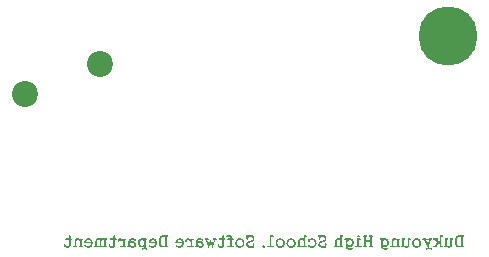
<source format=gbr>
%TF.GenerationSoftware,KiCad,Pcbnew,8.0.6*%
%TF.CreationDate,2024-12-06T21:46:26+09:00*%
%TF.ProjectId,dummy_keyboard,64756d6d-795f-46b6-9579-626f6172642e,rev?*%
%TF.SameCoordinates,Original*%
%TF.FileFunction,Copper,L2,Bot*%
%TF.FilePolarity,Positive*%
%FSLAX46Y46*%
G04 Gerber Fmt 4.6, Leading zero omitted, Abs format (unit mm)*
G04 Created by KiCad (PCBNEW 8.0.6) date 2024-12-06 21:46:26*
%MOMM*%
%LPD*%
G01*
G04 APERTURE LIST*
%ADD10C,0.300000*%
%TA.AperFunction,NonConductor*%
%ADD11C,0.300000*%
%TD*%
%ADD12C,0.200000*%
%TA.AperFunction,NonConductor*%
%ADD13C,0.200000*%
%TD*%
%TA.AperFunction,ComponentPad*%
%ADD14C,2.200000*%
%TD*%
%TA.AperFunction,ViaPad*%
%ADD15C,5.000000*%
%TD*%
G04 APERTURE END LIST*
D10*
D11*
D10*
D11*
D12*
D13*
G36*
X178415980Y-113918000D02*
G01*
X178426228Y-113965988D01*
X178426238Y-113967826D01*
X178415980Y-114016430D01*
X178379099Y-114039633D01*
X178329136Y-114038476D01*
X178319260Y-114040610D01*
X178298988Y-114063813D01*
X178298988Y-114755509D01*
X178318527Y-114774560D01*
X178368349Y-114774026D01*
X178378855Y-114773094D01*
X178415980Y-114793367D01*
X178426228Y-114841354D01*
X178426238Y-114843192D01*
X178416611Y-114891971D01*
X178415980Y-114893262D01*
X178379344Y-114915000D01*
X178328292Y-114912187D01*
X178277626Y-114910071D01*
X178227347Y-114908650D01*
X178199581Y-114908161D01*
X178149099Y-114908588D01*
X178095839Y-114909870D01*
X178046957Y-114911694D01*
X177995948Y-114914171D01*
X177980983Y-114915000D01*
X177926269Y-114911666D01*
X177876002Y-114901666D01*
X177821554Y-114880867D01*
X177773512Y-114850467D01*
X177731875Y-114810467D01*
X177707676Y-114778468D01*
X177683260Y-114735524D01*
X177662982Y-114686986D01*
X177646843Y-114632856D01*
X177634842Y-114573132D01*
X177628220Y-114521326D01*
X177624248Y-114465940D01*
X177622923Y-114406974D01*
X177768492Y-114406974D01*
X177770156Y-114465589D01*
X177775147Y-114519159D01*
X177783465Y-114567685D01*
X177797839Y-114619256D01*
X177820665Y-114670241D01*
X177836636Y-114694937D01*
X177871715Y-114733308D01*
X177913478Y-114759122D01*
X177961926Y-114772378D01*
X177991730Y-114774316D01*
X178157571Y-114774316D01*
X178157571Y-114039633D01*
X177991730Y-114039633D01*
X177939568Y-114045796D01*
X177894091Y-114064285D01*
X177855299Y-114095101D01*
X177836636Y-114117547D01*
X177810084Y-114163036D01*
X177792516Y-114209970D01*
X177779739Y-114264238D01*
X177772751Y-114315063D01*
X177769091Y-114370980D01*
X177768492Y-114406974D01*
X177622923Y-114406974D01*
X177624248Y-114347669D01*
X177628220Y-114291997D01*
X177634842Y-114239958D01*
X177644112Y-114191552D01*
X177659423Y-114136154D01*
X177678873Y-114086432D01*
X177702461Y-114042388D01*
X177707676Y-114034260D01*
X177738369Y-113995279D01*
X177781074Y-113957223D01*
X177830184Y-113928681D01*
X177885699Y-113909653D01*
X177936856Y-113901063D01*
X177980983Y-113898949D01*
X178031682Y-113901614D01*
X178080767Y-113903624D01*
X178134890Y-113905120D01*
X178186906Y-113905761D01*
X178199581Y-113905788D01*
X178248540Y-113904655D01*
X178298697Y-113902903D01*
X178350051Y-113900533D01*
X178379099Y-113898949D01*
X178415980Y-113918000D01*
G37*
G36*
X177387718Y-114318314D02*
G01*
X177387718Y-114708859D01*
X177383627Y-114759005D01*
X177369244Y-114809471D01*
X177344506Y-114853638D01*
X177322260Y-114879584D01*
X177279072Y-114911816D01*
X177233448Y-114931612D01*
X177181016Y-114943072D01*
X177129553Y-114946263D01*
X177079450Y-114941808D01*
X177032158Y-114927238D01*
X177029413Y-114925990D01*
X176983656Y-114903665D01*
X176955652Y-114886423D01*
X176941242Y-114883492D01*
X176927808Y-114915488D01*
X176877244Y-114912157D01*
X176827216Y-114910865D01*
X176820586Y-114910847D01*
X176769219Y-114912019D01*
X176731681Y-114915000D01*
X176692114Y-114895216D01*
X176680193Y-114847059D01*
X176680146Y-114843192D01*
X176690879Y-114795092D01*
X176692358Y-114792634D01*
X176731681Y-114774316D01*
X176738032Y-114774316D01*
X176785170Y-114776025D01*
X176802023Y-114743053D01*
X176802023Y-114163953D01*
X176850917Y-114167292D01*
X176903199Y-114168795D01*
X176913642Y-114168838D01*
X176964139Y-114167800D01*
X177004256Y-114164685D01*
X177043335Y-114183981D01*
X177054082Y-114227212D01*
X177043335Y-114270443D01*
X177004256Y-114289738D01*
X176957362Y-114288028D01*
X176943440Y-114309766D01*
X176943440Y-114712522D01*
X176975250Y-114749917D01*
X177016183Y-114778296D01*
X177022330Y-114781399D01*
X177069324Y-114798754D01*
X177119480Y-114805366D01*
X177131018Y-114805579D01*
X177181227Y-114798776D01*
X177208932Y-114786284D01*
X177240134Y-114748044D01*
X177246301Y-114710568D01*
X177246301Y-114164197D01*
X177297348Y-114166578D01*
X177347624Y-114167360D01*
X177355233Y-114167372D01*
X177405189Y-114166858D01*
X177448534Y-114164685D01*
X177484926Y-114183004D01*
X177494207Y-114227212D01*
X177484926Y-114270198D01*
X177448290Y-114289738D01*
X177403593Y-114290471D01*
X177387718Y-114318314D01*
G37*
G36*
X176460816Y-114045983D02*
G01*
X176460816Y-114763080D01*
X176486461Y-114774316D01*
X176535517Y-114774565D01*
X176540683Y-114774316D01*
X176577564Y-114796053D01*
X176587822Y-114844658D01*
X176578195Y-114893436D01*
X176577564Y-114894727D01*
X176541172Y-114915000D01*
X176489703Y-114915000D01*
X176443475Y-114915000D01*
X176392077Y-114915000D01*
X176340332Y-114915000D01*
X176319399Y-114915000D01*
X176319399Y-114605300D01*
X176233182Y-114532759D01*
X176096894Y-114741343D01*
X176081995Y-114773583D01*
X176088834Y-114774560D01*
X176131332Y-114793855D01*
X176144908Y-114841199D01*
X176145010Y-114842948D01*
X176133549Y-114891298D01*
X176132798Y-114892529D01*
X176088256Y-114915081D01*
X176086392Y-114915000D01*
X176037161Y-114914209D01*
X175985870Y-114913855D01*
X175943021Y-114913778D01*
X175892028Y-114914522D01*
X175840920Y-114914980D01*
X175831158Y-114915000D01*
X175791346Y-114890819D01*
X175779378Y-114841727D01*
X175790610Y-114793850D01*
X175791346Y-114792634D01*
X175831646Y-114774316D01*
X175849232Y-114774316D01*
X175884647Y-114775781D01*
X175905163Y-114764302D01*
X176123517Y-114444344D01*
X175915910Y-114289494D01*
X175890509Y-114273862D01*
X175863886Y-114272641D01*
X175839218Y-114272641D01*
X175795743Y-114252369D01*
X175782065Y-114206207D01*
X175795987Y-114160045D01*
X175839951Y-114142215D01*
X175890672Y-114146109D01*
X175942086Y-114148386D01*
X175989427Y-114149054D01*
X176041801Y-114148935D01*
X176092746Y-114146765D01*
X176136706Y-114142459D01*
X176176517Y-114158091D01*
X176187264Y-114203520D01*
X176178471Y-114249438D01*
X176147452Y-114272641D01*
X176124005Y-114276793D01*
X176127424Y-114281678D01*
X176319399Y-114422850D01*
X176319399Y-113890645D01*
X176368880Y-113897043D01*
X176419016Y-113899140D01*
X176433461Y-113898949D01*
X176483968Y-113896411D01*
X176536327Y-113892457D01*
X176540439Y-113892110D01*
X176577320Y-113911161D01*
X176587822Y-113956102D01*
X176577320Y-114002508D01*
X176540439Y-114024002D01*
X176491390Y-114022929D01*
X176487438Y-114023757D01*
X176460816Y-114045983D01*
G37*
G36*
X175596196Y-114323932D02*
G01*
X175401046Y-114825118D01*
X175460642Y-114942843D01*
X175505505Y-114962356D01*
X175513398Y-114963115D01*
X175562745Y-114964375D01*
X175594487Y-114963115D01*
X175625017Y-114961894D01*
X175660676Y-114980457D01*
X175669469Y-115030038D01*
X175660432Y-115079375D01*
X175625750Y-115102578D01*
X175571635Y-115098972D01*
X175522278Y-115096868D01*
X175472304Y-115095846D01*
X175449895Y-115095739D01*
X175396020Y-115096280D01*
X175343947Y-115097669D01*
X175287935Y-115099913D01*
X175235694Y-115102578D01*
X175190309Y-115081808D01*
X175189288Y-115080352D01*
X175176740Y-115031521D01*
X175176831Y-115029549D01*
X175192492Y-114981902D01*
X175193440Y-114980701D01*
X175236427Y-114961894D01*
X175285834Y-114964573D01*
X175304815Y-114962383D01*
X175302128Y-114937958D01*
X174982170Y-114323199D01*
X174960921Y-114295600D01*
X174919155Y-114289738D01*
X174880321Y-114271908D01*
X174867864Y-114227212D01*
X174880321Y-114183736D01*
X174919155Y-114164685D01*
X174967922Y-114168526D01*
X175017610Y-114170106D01*
X175045184Y-114170303D01*
X175097572Y-114169639D01*
X175147939Y-114167648D01*
X175191974Y-114164685D01*
X175232274Y-114182515D01*
X175243021Y-114224525D01*
X175232274Y-114267756D01*
X175192463Y-114289738D01*
X175143691Y-114293316D01*
X175142149Y-114294134D01*
X175138241Y-114317093D01*
X175314829Y-114660743D01*
X175446720Y-114317093D01*
X175450628Y-114292424D01*
X175407641Y-114289738D01*
X175366852Y-114268244D01*
X175354396Y-114224525D01*
X175366852Y-114180806D01*
X175408618Y-114164685D01*
X175458219Y-114168526D01*
X175508251Y-114170106D01*
X175535868Y-114170303D01*
X175585027Y-114168669D01*
X175637250Y-114166148D01*
X175662386Y-114164685D01*
X175699755Y-114183981D01*
X175711967Y-114227212D01*
X175701221Y-114269221D01*
X175662386Y-114289738D01*
X175614759Y-114291448D01*
X175597418Y-114322466D01*
X175596196Y-114323932D01*
G37*
G36*
X174435306Y-114152065D02*
G01*
X174487774Y-114161099D01*
X174536294Y-114176156D01*
X174580867Y-114197235D01*
X174629144Y-114230479D01*
X174665033Y-114264808D01*
X174671737Y-114272397D01*
X174704026Y-114315836D01*
X174729634Y-114363175D01*
X174748562Y-114414411D01*
X174760809Y-114469546D01*
X174765913Y-114518470D01*
X174766748Y-114549124D01*
X174764428Y-114598827D01*
X174755521Y-114655087D01*
X174739933Y-114707655D01*
X174717665Y-114756530D01*
X174688717Y-114801713D01*
X174671737Y-114822920D01*
X174636638Y-114858453D01*
X174597591Y-114887964D01*
X174554597Y-114911452D01*
X174507656Y-114928918D01*
X174456766Y-114940360D01*
X174401930Y-114945781D01*
X174378890Y-114946263D01*
X174322826Y-114943251D01*
X174270650Y-114934217D01*
X174222362Y-114919161D01*
X174177962Y-114898082D01*
X174129814Y-114864837D01*
X174093967Y-114830508D01*
X174087264Y-114822920D01*
X174054975Y-114779583D01*
X174029367Y-114732554D01*
X174010439Y-114681832D01*
X173998192Y-114627419D01*
X173992625Y-114569313D01*
X173992254Y-114549124D01*
X173992321Y-114547658D01*
X174139043Y-114547658D01*
X174142692Y-114598812D01*
X174155518Y-114651068D01*
X174177579Y-114697722D01*
X174197418Y-114725711D01*
X174233474Y-114760653D01*
X174275697Y-114785612D01*
X174324088Y-114800587D01*
X174378646Y-114805579D01*
X174427768Y-114801757D01*
X174477811Y-114788030D01*
X174521351Y-114764319D01*
X174558388Y-114730625D01*
X174562561Y-114725711D01*
X174590188Y-114682793D01*
X174608774Y-114634272D01*
X174618318Y-114580148D01*
X174619713Y-114547658D01*
X174616141Y-114495421D01*
X174603583Y-114442566D01*
X174581984Y-114395970D01*
X174562561Y-114368384D01*
X174526886Y-114333976D01*
X174484342Y-114309399D01*
X174434928Y-114294653D01*
X174386057Y-114289815D01*
X174378646Y-114289738D01*
X174324088Y-114294668D01*
X174275697Y-114309460D01*
X174233474Y-114334114D01*
X174197418Y-114368628D01*
X174169200Y-114411031D01*
X174150217Y-114459655D01*
X174141096Y-114508100D01*
X174139043Y-114547658D01*
X173992321Y-114547658D01*
X173994573Y-114498576D01*
X174003480Y-114441492D01*
X174019068Y-114388306D01*
X174041336Y-114339018D01*
X174070285Y-114293629D01*
X174087264Y-114272397D01*
X174122333Y-114236863D01*
X174161291Y-114207353D01*
X174204136Y-114183864D01*
X174250869Y-114166399D01*
X174301489Y-114154956D01*
X174355998Y-114149536D01*
X174378890Y-114149054D01*
X174435306Y-114152065D01*
G37*
G36*
X173761200Y-114318314D02*
G01*
X173761200Y-114708859D01*
X173757109Y-114759005D01*
X173742726Y-114809471D01*
X173717988Y-114853638D01*
X173695743Y-114879584D01*
X173652554Y-114911816D01*
X173606930Y-114931612D01*
X173554498Y-114943072D01*
X173503035Y-114946263D01*
X173452932Y-114941808D01*
X173405640Y-114927238D01*
X173402896Y-114925990D01*
X173357138Y-114903665D01*
X173329134Y-114886423D01*
X173314724Y-114883492D01*
X173301290Y-114915488D01*
X173250726Y-114912157D01*
X173200698Y-114910865D01*
X173194068Y-114910847D01*
X173142702Y-114912019D01*
X173105163Y-114915000D01*
X173065596Y-114895216D01*
X173053675Y-114847059D01*
X173053628Y-114843192D01*
X173064362Y-114795092D01*
X173065840Y-114792634D01*
X173105163Y-114774316D01*
X173111514Y-114774316D01*
X173158653Y-114776025D01*
X173175505Y-114743053D01*
X173175505Y-114163953D01*
X173224399Y-114167292D01*
X173276681Y-114168795D01*
X173287124Y-114168838D01*
X173337622Y-114167800D01*
X173377739Y-114164685D01*
X173416817Y-114183981D01*
X173427564Y-114227212D01*
X173416817Y-114270443D01*
X173377739Y-114289738D01*
X173330844Y-114288028D01*
X173316922Y-114309766D01*
X173316922Y-114712522D01*
X173348732Y-114749917D01*
X173389665Y-114778296D01*
X173395812Y-114781399D01*
X173442807Y-114798754D01*
X173492962Y-114805366D01*
X173504501Y-114805579D01*
X173554709Y-114798776D01*
X173582414Y-114786284D01*
X173613616Y-114748044D01*
X173619783Y-114710568D01*
X173619783Y-114164197D01*
X173670830Y-114166578D01*
X173721106Y-114167360D01*
X173728715Y-114167372D01*
X173778671Y-114166858D01*
X173822016Y-114164685D01*
X173858408Y-114183004D01*
X173867690Y-114227212D01*
X173858408Y-114270198D01*
X173821772Y-114289738D01*
X173777076Y-114290471D01*
X173761200Y-114318314D01*
G37*
G36*
X172861653Y-114353485D02*
G01*
X172861653Y-114765279D01*
X172876796Y-114777002D01*
X172920516Y-114774560D01*
X172957885Y-114793367D01*
X172966922Y-114841727D01*
X172958441Y-114890579D01*
X172957885Y-114891796D01*
X172921493Y-114915000D01*
X172869273Y-114912636D01*
X172818824Y-114911176D01*
X172785450Y-114910847D01*
X172735534Y-114911642D01*
X172685806Y-114914026D01*
X172671632Y-114915000D01*
X172633775Y-114893750D01*
X172621819Y-114845134D01*
X172621807Y-114843192D01*
X172632326Y-114795307D01*
X172633775Y-114792878D01*
X172672854Y-114774560D01*
X172708757Y-114778712D01*
X172720237Y-114765034D01*
X172720237Y-114368872D01*
X172682207Y-114335136D01*
X172642812Y-114312697D01*
X172593932Y-114297002D01*
X172544441Y-114290298D01*
X172524354Y-114289738D01*
X172474834Y-114294867D01*
X172441556Y-114310254D01*
X172417648Y-114353531D01*
X172414445Y-114386946D01*
X172414445Y-114765034D01*
X172422260Y-114776025D01*
X172450104Y-114774560D01*
X172496755Y-114792390D01*
X172510135Y-114840589D01*
X172510188Y-114844658D01*
X172497751Y-114892178D01*
X172495045Y-114895949D01*
X172450837Y-114915000D01*
X172398797Y-114912810D01*
X172348880Y-114911253D01*
X172317725Y-114910847D01*
X172266638Y-114912019D01*
X172217217Y-114914744D01*
X172213433Y-114915000D01*
X172171667Y-114895460D01*
X172158286Y-114847060D01*
X172158234Y-114843192D01*
X172169267Y-114795153D01*
X172171667Y-114791168D01*
X172214410Y-114774560D01*
X172263503Y-114778712D01*
X172273028Y-114764790D01*
X172273028Y-114348356D01*
X172278476Y-114295638D01*
X172297310Y-114245855D01*
X172329596Y-114205326D01*
X172341905Y-114194972D01*
X172388368Y-114168829D01*
X172438972Y-114154480D01*
X172491327Y-114149233D01*
X172503838Y-114149054D01*
X172555941Y-114152248D01*
X172607194Y-114162918D01*
X172632554Y-114171769D01*
X172678079Y-114194238D01*
X172701674Y-114209870D01*
X172705582Y-114211092D01*
X172717306Y-114218175D01*
X172718039Y-114179584D01*
X172769523Y-114182757D01*
X172820846Y-114184184D01*
X172830635Y-114184225D01*
X172879791Y-114183122D01*
X172920760Y-114180317D01*
X172957641Y-114197658D01*
X172966913Y-114245816D01*
X172966922Y-114247728D01*
X172958441Y-114296492D01*
X172957885Y-114297798D01*
X172921249Y-114321001D01*
X172878750Y-114323199D01*
X172861653Y-114353485D01*
G37*
G36*
X171767810Y-114153055D02*
G01*
X171821110Y-114165059D01*
X171869705Y-114185066D01*
X171913594Y-114213076D01*
X171952778Y-114249089D01*
X171964794Y-114262871D01*
X171993264Y-114302896D01*
X172015844Y-114346219D01*
X172032534Y-114392839D01*
X172043333Y-114442756D01*
X172048242Y-114495970D01*
X172048569Y-114514441D01*
X172045624Y-114568798D01*
X172036788Y-114619943D01*
X172022062Y-114667876D01*
X172001445Y-114712599D01*
X171974938Y-114754109D01*
X171964794Y-114767233D01*
X171927178Y-114806826D01*
X171884858Y-114838227D01*
X171837831Y-114861437D01*
X171786099Y-114876455D01*
X171729662Y-114883281D01*
X171709804Y-114883736D01*
X171660336Y-114880511D01*
X171611382Y-114869895D01*
X171602093Y-114866884D01*
X171554863Y-114849167D01*
X171513921Y-114823897D01*
X171513921Y-114829515D01*
X171522870Y-114879688D01*
X171552523Y-114922991D01*
X171568143Y-114935760D01*
X171612555Y-114959539D01*
X171662395Y-114972590D01*
X171714961Y-114977363D01*
X171727634Y-114977526D01*
X171778105Y-114972790D01*
X171821667Y-114964092D01*
X171870760Y-114952735D01*
X171907641Y-114940157D01*
X171957658Y-114937208D01*
X171960642Y-114938691D01*
X171993370Y-114975572D01*
X171997177Y-115024888D01*
X171996301Y-115028328D01*
X171968394Y-115068501D01*
X171958199Y-115074979D01*
X171911366Y-115094945D01*
X171864051Y-115107122D01*
X171851953Y-115109417D01*
X171801591Y-115115427D01*
X171749216Y-115117995D01*
X171727634Y-115118210D01*
X171673515Y-115115539D01*
X171622899Y-115107528D01*
X171575787Y-115094175D01*
X171525251Y-115071848D01*
X171479483Y-115042250D01*
X171437799Y-115004582D01*
X171406353Y-114961887D01*
X171385146Y-114914168D01*
X171374176Y-114861423D01*
X171372505Y-114829026D01*
X171372505Y-114514441D01*
X171511235Y-114514441D01*
X171515118Y-114564407D01*
X171528542Y-114614668D01*
X171551554Y-114659395D01*
X171560327Y-114671734D01*
X171597503Y-114709343D01*
X171642168Y-114733023D01*
X171694322Y-114742774D01*
X171705652Y-114743053D01*
X171754985Y-114737411D01*
X171802412Y-114717910D01*
X171842063Y-114684479D01*
X171852442Y-114671734D01*
X171878331Y-114628667D01*
X171894631Y-114580066D01*
X171901103Y-114531595D01*
X171901535Y-114514441D01*
X171897671Y-114463883D01*
X171884314Y-114413508D01*
X171861416Y-114369239D01*
X171852686Y-114357149D01*
X171815344Y-114321600D01*
X171770178Y-114299217D01*
X171717189Y-114290001D01*
X171705652Y-114289738D01*
X171656910Y-114295070D01*
X171609912Y-114313503D01*
X171570452Y-114345102D01*
X171560083Y-114357149D01*
X171534323Y-114399586D01*
X171518104Y-114448129D01*
X171511664Y-114497039D01*
X171511235Y-114514441D01*
X171372505Y-114514441D01*
X171372505Y-114324909D01*
X171360781Y-114307812D01*
X171311164Y-114305379D01*
X171305826Y-114305369D01*
X171300942Y-114306346D01*
X171258688Y-114287295D01*
X171245267Y-114239825D01*
X171245254Y-114237958D01*
X171257061Y-114189816D01*
X171258688Y-114187156D01*
X171300209Y-114164685D01*
X171351053Y-114167666D01*
X171402058Y-114168838D01*
X171453654Y-114167677D01*
X171503220Y-114165026D01*
X171515631Y-114164197D01*
X171516608Y-114189354D01*
X171543963Y-114179096D01*
X171591400Y-114161685D01*
X171609909Y-114157358D01*
X171659185Y-114151130D01*
X171709804Y-114149054D01*
X171767810Y-114153055D01*
G37*
G36*
X170562107Y-114055753D02*
G01*
X170562107Y-114764790D01*
X170582135Y-114777002D01*
X170631379Y-114774570D01*
X170633426Y-114774316D01*
X170669330Y-114794344D01*
X170679588Y-114843192D01*
X170669961Y-114891971D01*
X170669330Y-114893262D01*
X170634159Y-114915000D01*
X170582581Y-114912037D01*
X170532238Y-114910046D01*
X170488590Y-114909382D01*
X170436104Y-114910309D01*
X170386600Y-114913090D01*
X170364759Y-114915000D01*
X170325924Y-114892285D01*
X170315422Y-114843192D01*
X170325924Y-114795565D01*
X170364515Y-114774316D01*
X170375505Y-114774316D01*
X170412875Y-114776025D01*
X170420690Y-114764546D01*
X170420690Y-114446053D01*
X170086322Y-114446053D01*
X170086322Y-114769675D01*
X170096824Y-114778468D01*
X170141032Y-114774560D01*
X170182065Y-114792634D01*
X170194277Y-114841727D01*
X170184448Y-114889765D01*
X170182309Y-114893750D01*
X170141765Y-114915000D01*
X170090941Y-114911362D01*
X170041522Y-114909651D01*
X170011584Y-114909382D01*
X169960854Y-114910172D01*
X169909229Y-114912811D01*
X169882868Y-114915000D01*
X169843300Y-114896437D01*
X169832808Y-114848050D01*
X169832798Y-114846123D01*
X169842028Y-114796764D01*
X169843300Y-114794099D01*
X169882868Y-114774560D01*
X169931472Y-114778468D01*
X169944905Y-114770163D01*
X169944905Y-114051845D01*
X169934159Y-114040610D01*
X169896789Y-114038412D01*
X169882135Y-114039633D01*
X169843300Y-114016919D01*
X169832798Y-113968558D01*
X169842654Y-113920024D01*
X169843300Y-113918733D01*
X169882623Y-113898949D01*
X169934531Y-113902148D01*
X169984310Y-113904122D01*
X170016957Y-113904567D01*
X170066932Y-113903492D01*
X170119784Y-113900568D01*
X170141765Y-113898949D01*
X170182065Y-113918733D01*
X170194265Y-113966720D01*
X170194277Y-113968558D01*
X170182065Y-114017163D01*
X170142254Y-114039633D01*
X170127355Y-114038412D01*
X170094382Y-114040610D01*
X170086322Y-114050624D01*
X170086322Y-114305369D01*
X170420690Y-114305369D01*
X170420690Y-114054288D01*
X170413607Y-114040366D01*
X170377948Y-114038412D01*
X170364759Y-114039633D01*
X170325924Y-114015453D01*
X170315422Y-113967093D01*
X170325924Y-113918733D01*
X170365491Y-113899193D01*
X170416477Y-113905239D01*
X170466818Y-113907128D01*
X170485903Y-113907254D01*
X170535239Y-113905611D01*
X170586192Y-113902699D01*
X170633914Y-113898949D01*
X170669085Y-113918977D01*
X170679588Y-113967093D01*
X170669330Y-114015209D01*
X170633670Y-114039633D01*
X170584477Y-114037859D01*
X170583112Y-114038168D01*
X170562107Y-114055753D01*
G37*
G36*
X169445673Y-113867686D02*
G01*
X169494708Y-113878966D01*
X169519923Y-113899682D01*
X169541301Y-113945208D01*
X169543614Y-113970024D01*
X169532416Y-114018678D01*
X169519923Y-114037435D01*
X169478325Y-114066191D01*
X169445673Y-114070896D01*
X169397658Y-114059186D01*
X169372644Y-114037679D01*
X169349944Y-113993423D01*
X169347487Y-113970024D01*
X169358322Y-113920782D01*
X169372644Y-113899438D01*
X169413765Y-113872151D01*
X169445673Y-113867686D01*
G37*
G36*
X169493056Y-114317581D02*
G01*
X169493056Y-114752822D01*
X169536531Y-114778224D01*
X169588385Y-114778260D01*
X169638703Y-114774734D01*
X169643510Y-114774316D01*
X169655478Y-114774316D01*
X169702128Y-114793367D01*
X169717212Y-114840937D01*
X169717271Y-114844658D01*
X169703747Y-114891999D01*
X169701884Y-114894483D01*
X169657497Y-114915186D01*
X169655722Y-114915000D01*
X169603096Y-114913701D01*
X169552847Y-114912903D01*
X169499331Y-114912441D01*
X169449825Y-114912313D01*
X169398915Y-114912441D01*
X169347911Y-114912827D01*
X169296814Y-114913470D01*
X169245623Y-114914370D01*
X169216329Y-114915000D01*
X169168885Y-114900227D01*
X169163572Y-114894727D01*
X169145415Y-114848148D01*
X169145254Y-114842459D01*
X169159466Y-114795095D01*
X169163817Y-114789947D01*
X169211274Y-114773575D01*
X169217306Y-114774560D01*
X169266740Y-114780991D01*
X169313538Y-114781154D01*
X169351639Y-114752334D01*
X169351639Y-114163953D01*
X169403825Y-114168119D01*
X169457280Y-114170208D01*
X169506978Y-114170303D01*
X169557892Y-114169416D01*
X169593440Y-114164930D01*
X169640738Y-114180858D01*
X169643021Y-114183736D01*
X169658348Y-114231106D01*
X169658408Y-114235027D01*
X169644884Y-114282369D01*
X169643021Y-114284853D01*
X169598456Y-114305661D01*
X169594661Y-114305369D01*
X169545374Y-114303339D01*
X169536287Y-114303904D01*
X169493056Y-114317581D01*
G37*
G36*
X168769485Y-114153055D02*
G01*
X168822785Y-114165059D01*
X168871380Y-114185066D01*
X168915269Y-114213076D01*
X168954453Y-114249089D01*
X168966468Y-114262871D01*
X168994939Y-114302896D01*
X169017519Y-114346219D01*
X169034209Y-114392839D01*
X169045008Y-114442756D01*
X169049916Y-114495970D01*
X169050244Y-114514441D01*
X169047299Y-114568798D01*
X169038463Y-114619943D01*
X169023737Y-114667876D01*
X169003120Y-114712599D01*
X168976613Y-114754109D01*
X168966468Y-114767233D01*
X168928853Y-114806826D01*
X168886532Y-114838227D01*
X168839506Y-114861437D01*
X168787774Y-114876455D01*
X168731337Y-114883281D01*
X168711479Y-114883736D01*
X168662011Y-114880511D01*
X168613056Y-114869895D01*
X168603768Y-114866884D01*
X168556538Y-114849167D01*
X168515596Y-114823897D01*
X168515596Y-114829515D01*
X168524545Y-114879688D01*
X168554197Y-114922991D01*
X168569818Y-114935760D01*
X168614229Y-114959539D01*
X168664070Y-114972590D01*
X168716636Y-114977363D01*
X168729309Y-114977526D01*
X168779780Y-114972790D01*
X168823342Y-114964092D01*
X168872435Y-114952735D01*
X168909316Y-114940157D01*
X168959333Y-114937208D01*
X168962316Y-114938691D01*
X168995045Y-114975572D01*
X168998852Y-115024888D01*
X168997976Y-115028328D01*
X168970069Y-115068501D01*
X168959874Y-115074979D01*
X168913040Y-115094945D01*
X168865726Y-115107122D01*
X168853628Y-115109417D01*
X168803266Y-115115427D01*
X168750891Y-115117995D01*
X168729309Y-115118210D01*
X168675190Y-115115539D01*
X168624574Y-115107528D01*
X168577462Y-115094175D01*
X168526926Y-115071848D01*
X168481158Y-115042250D01*
X168439474Y-115004582D01*
X168408028Y-114961887D01*
X168386821Y-114914168D01*
X168375851Y-114861423D01*
X168374180Y-114829026D01*
X168374180Y-114514441D01*
X168512909Y-114514441D01*
X168516793Y-114564407D01*
X168530217Y-114614668D01*
X168553229Y-114659395D01*
X168562002Y-114671734D01*
X168599178Y-114709343D01*
X168643843Y-114733023D01*
X168695997Y-114742774D01*
X168707327Y-114743053D01*
X168756659Y-114737411D01*
X168804086Y-114717910D01*
X168843738Y-114684479D01*
X168854117Y-114671734D01*
X168880006Y-114628667D01*
X168896306Y-114580066D01*
X168902778Y-114531595D01*
X168903210Y-114514441D01*
X168899346Y-114463883D01*
X168885989Y-114413508D01*
X168863091Y-114369239D01*
X168854361Y-114357149D01*
X168817019Y-114321600D01*
X168771853Y-114299217D01*
X168718863Y-114290001D01*
X168707327Y-114289738D01*
X168658585Y-114295070D01*
X168611587Y-114313503D01*
X168572126Y-114345102D01*
X168561758Y-114357149D01*
X168535998Y-114399586D01*
X168519779Y-114448129D01*
X168513339Y-114497039D01*
X168512909Y-114514441D01*
X168374180Y-114514441D01*
X168374180Y-114324909D01*
X168362456Y-114307812D01*
X168312839Y-114305379D01*
X168307501Y-114305369D01*
X168302616Y-114306346D01*
X168260362Y-114287295D01*
X168246942Y-114239825D01*
X168246929Y-114237958D01*
X168258736Y-114189816D01*
X168260362Y-114187156D01*
X168301884Y-114164685D01*
X168352727Y-114167666D01*
X168403733Y-114168838D01*
X168455329Y-114167677D01*
X168504895Y-114165026D01*
X168517306Y-114164197D01*
X168518283Y-114189354D01*
X168545638Y-114179096D01*
X168593075Y-114161685D01*
X168611584Y-114157358D01*
X168660860Y-114151130D01*
X168711479Y-114149054D01*
X168769485Y-114153055D01*
G37*
G36*
X168053000Y-114071629D02*
G01*
X168053000Y-114751601D01*
X168063258Y-114776514D01*
X168096231Y-114774316D01*
X168111130Y-114774316D01*
X168154117Y-114792390D01*
X168166317Y-114839874D01*
X168166329Y-114841727D01*
X168155596Y-114889869D01*
X168154117Y-114892529D01*
X168111374Y-114915000D01*
X168060593Y-114912311D01*
X168011644Y-114911046D01*
X167982170Y-114910847D01*
X167933231Y-114911533D01*
X167884050Y-114913588D01*
X167861270Y-114915000D01*
X167822435Y-114893995D01*
X167810235Y-114846510D01*
X167810223Y-114844658D01*
X167820956Y-114796343D01*
X167822435Y-114793855D01*
X167861270Y-114774316D01*
X167881786Y-114774316D01*
X167906943Y-114775537D01*
X167911584Y-114751845D01*
X167911584Y-114371803D01*
X167873466Y-114336330D01*
X167830006Y-114310010D01*
X167781778Y-114295459D01*
X167732340Y-114290055D01*
X167715701Y-114289738D01*
X167666566Y-114297657D01*
X167645603Y-114310010D01*
X167620835Y-114355023D01*
X167616782Y-114394762D01*
X167616782Y-114751845D01*
X167630460Y-114774804D01*
X167664166Y-114774316D01*
X167675401Y-114774316D01*
X167716922Y-114795565D01*
X167727424Y-114844658D01*
X167715964Y-114892763D01*
X167715212Y-114893995D01*
X167675157Y-114915000D01*
X167623339Y-114911576D01*
X167571933Y-114909733D01*
X167537892Y-114909382D01*
X167486993Y-114910309D01*
X167438078Y-114912811D01*
X167408688Y-114915000D01*
X167365701Y-114894239D01*
X167352320Y-114846883D01*
X167352267Y-114843192D01*
X167364289Y-114794849D01*
X167365945Y-114792390D01*
X167409420Y-114774316D01*
X167422609Y-114775781D01*
X167462665Y-114776270D01*
X167473900Y-114751357D01*
X167473900Y-114369849D01*
X167477824Y-114315582D01*
X167491616Y-114263763D01*
X167518588Y-114217653D01*
X167536671Y-114199124D01*
X167579237Y-114172720D01*
X167627947Y-114157317D01*
X167679516Y-114150276D01*
X167715701Y-114149054D01*
X167765476Y-114152560D01*
X167814783Y-114163079D01*
X167828785Y-114167372D01*
X167875686Y-114185404D01*
X167911584Y-114207916D01*
X167911584Y-113897728D01*
X167962123Y-113903895D01*
X168012853Y-113907021D01*
X168030041Y-113907254D01*
X168079423Y-113903905D01*
X168110886Y-113898949D01*
X168154117Y-113919710D01*
X168166317Y-113967439D01*
X168166329Y-113969291D01*
X168154117Y-114017407D01*
X168111130Y-114039633D01*
X168067899Y-114039877D01*
X168053000Y-114071629D01*
G37*
G36*
X166392393Y-114008370D02*
G01*
X166342476Y-114012306D01*
X166292650Y-114027418D01*
X166259525Y-114048670D01*
X166228212Y-114090184D01*
X166214656Y-114139704D01*
X166214340Y-114188377D01*
X166199086Y-114236355D01*
X166193579Y-114241622D01*
X166146599Y-114258327D01*
X166140823Y-114258475D01*
X166093052Y-114243448D01*
X166090509Y-114241378D01*
X166072183Y-114195937D01*
X166072923Y-114187889D01*
X166077528Y-114137896D01*
X166076744Y-114086669D01*
X166075610Y-114069431D01*
X166069489Y-114020410D01*
X166057107Y-113969706D01*
X166048988Y-113949263D01*
X166050003Y-113899762D01*
X166054361Y-113893820D01*
X166097137Y-113868976D01*
X166101011Y-113867930D01*
X166150281Y-113868145D01*
X166154989Y-113869152D01*
X166186985Y-113899682D01*
X166189427Y-113906032D01*
X166190893Y-113914092D01*
X166221667Y-113900170D01*
X166268988Y-113882539D01*
X166299581Y-113875746D01*
X166348360Y-113869961D01*
X166399232Y-113867686D01*
X166448453Y-113869731D01*
X166502858Y-113877585D01*
X166552179Y-113891330D01*
X166603297Y-113914810D01*
X166647495Y-113946307D01*
X166653244Y-113951461D01*
X166687791Y-113989921D01*
X166713852Y-114033921D01*
X166731428Y-114083461D01*
X166740519Y-114138540D01*
X166741905Y-114172501D01*
X166738230Y-114227413D01*
X166727204Y-114276743D01*
X166705052Y-114327241D01*
X166672895Y-114370142D01*
X166637369Y-114400868D01*
X166590466Y-114426676D01*
X166540580Y-114446017D01*
X166487913Y-114461989D01*
X166436072Y-114474972D01*
X166426831Y-114477072D01*
X166396789Y-114483667D01*
X166347162Y-114496474D01*
X166297364Y-114512784D01*
X166252953Y-114534486D01*
X166250488Y-114536179D01*
X166217149Y-114575197D01*
X166206079Y-114625418D01*
X166206036Y-114629235D01*
X166210854Y-114679968D01*
X166227283Y-114726022D01*
X166255373Y-114761859D01*
X166299016Y-114788501D01*
X166350367Y-114802120D01*
X166400453Y-114805579D01*
X166452263Y-114803152D01*
X166501864Y-114794619D01*
X166549998Y-114775846D01*
X166564096Y-114766744D01*
X166599044Y-114729320D01*
X166616906Y-114678504D01*
X166618812Y-114626967D01*
X166618318Y-114620687D01*
X166636136Y-114574418D01*
X166642009Y-114569396D01*
X166690242Y-114555389D01*
X166695987Y-114555474D01*
X166742947Y-114571321D01*
X166746545Y-114574769D01*
X166761686Y-114622773D01*
X166759490Y-114633876D01*
X166749400Y-114683227D01*
X166743341Y-114734836D01*
X166741905Y-114759417D01*
X166741985Y-114809551D01*
X166747374Y-114859099D01*
X166751430Y-114877386D01*
X166741172Y-114922815D01*
X166697452Y-114946018D01*
X166648360Y-114945774D01*
X166618318Y-114909382D01*
X166608304Y-114895704D01*
X166562557Y-114916637D01*
X166560188Y-114917930D01*
X166512801Y-114934734D01*
X166490823Y-114939180D01*
X166442042Y-114945094D01*
X166401919Y-114946263D01*
X166352768Y-114944277D01*
X166298432Y-114936652D01*
X166249162Y-114923308D01*
X166198083Y-114900513D01*
X166153899Y-114869934D01*
X166148150Y-114864930D01*
X166113509Y-114828310D01*
X166087376Y-114786197D01*
X166069751Y-114738591D01*
X166060635Y-114685491D01*
X166059246Y-114652683D01*
X166062247Y-114599327D01*
X166072368Y-114548494D01*
X166084647Y-114515418D01*
X166110489Y-114471909D01*
X166145884Y-114437094D01*
X166151325Y-114433108D01*
X166195507Y-114407044D01*
X166243649Y-114388168D01*
X166292087Y-114375554D01*
X166342545Y-114364425D01*
X166346964Y-114363499D01*
X166396301Y-114352508D01*
X166448291Y-114338381D01*
X166494592Y-114322095D01*
X166536741Y-114299996D01*
X166570809Y-114264587D01*
X166590736Y-114219480D01*
X166596580Y-114170059D01*
X166590398Y-114119443D01*
X166567557Y-114072286D01*
X166552616Y-114055997D01*
X166510102Y-114028881D01*
X166460032Y-114013998D01*
X166405670Y-114008556D01*
X166392393Y-114008370D01*
G37*
G36*
X165524598Y-114289738D02*
G01*
X165473636Y-114292616D01*
X165423314Y-114303954D01*
X165383426Y-114326130D01*
X165353244Y-114367210D01*
X165338063Y-114415375D01*
X165334089Y-114439459D01*
X165311334Y-114483365D01*
X165308199Y-114485376D01*
X165258762Y-114493192D01*
X165256908Y-114492948D01*
X165210912Y-114475002D01*
X165208548Y-114472920D01*
X165194138Y-114428224D01*
X165204370Y-114379373D01*
X165209880Y-114329448D01*
X165210258Y-114322711D01*
X165209073Y-114270822D01*
X165198778Y-114223304D01*
X165200539Y-114173372D01*
X165202930Y-114170792D01*
X165247238Y-114149683D01*
X165251290Y-114149054D01*
X165301529Y-114149801D01*
X165306245Y-114150519D01*
X165334089Y-114182027D01*
X165332623Y-114188621D01*
X165344836Y-114182515D01*
X165358513Y-114175676D01*
X165404671Y-114159476D01*
X165435938Y-114152962D01*
X165487225Y-114149699D01*
X165524598Y-114149054D01*
X165574475Y-114151487D01*
X165630391Y-114160829D01*
X165682014Y-114177178D01*
X165729344Y-114200534D01*
X165772380Y-114230896D01*
X165792288Y-114248705D01*
X165829391Y-114291421D01*
X165858818Y-114339701D01*
X165880568Y-114393545D01*
X165892829Y-114442665D01*
X165899759Y-114495650D01*
X165901465Y-114540819D01*
X165898698Y-114600191D01*
X165890398Y-114655270D01*
X165876564Y-114706055D01*
X165857196Y-114752547D01*
X165832295Y-114794746D01*
X165795109Y-114839717D01*
X165788136Y-114846612D01*
X165747101Y-114880477D01*
X165701480Y-114907336D01*
X165651273Y-114927189D01*
X165596482Y-114940034D01*
X165547320Y-114945387D01*
X165516294Y-114946263D01*
X165462591Y-114944309D01*
X165414078Y-114938447D01*
X165365705Y-114927181D01*
X165332623Y-114915000D01*
X165285725Y-114889577D01*
X165247184Y-114859355D01*
X165211605Y-114821959D01*
X165182903Y-114783353D01*
X165171639Y-114735001D01*
X165173866Y-114726200D01*
X165205956Y-114687359D01*
X165207571Y-114686388D01*
X165255656Y-114675383D01*
X165258862Y-114675886D01*
X165299949Y-114702662D01*
X165301605Y-114705928D01*
X165332813Y-114744721D01*
X165374047Y-114773666D01*
X165384403Y-114778956D01*
X165433624Y-114796193D01*
X165484354Y-114804305D01*
X165516294Y-114805579D01*
X165569692Y-114801075D01*
X165617044Y-114787566D01*
X165663090Y-114761602D01*
X165693614Y-114733527D01*
X165723721Y-114690274D01*
X165743975Y-114639100D01*
X165753707Y-114586961D01*
X165755896Y-114543750D01*
X165752857Y-114492845D01*
X165741943Y-114441108D01*
X165720176Y-114391114D01*
X165692393Y-114353974D01*
X165654631Y-114322922D01*
X165609489Y-114302033D01*
X165556966Y-114291306D01*
X165524598Y-114289738D01*
G37*
G36*
X164949162Y-114071629D02*
G01*
X164949162Y-114751601D01*
X164959420Y-114776514D01*
X164992393Y-114774316D01*
X165007292Y-114774316D01*
X165050279Y-114792390D01*
X165062479Y-114839874D01*
X165062491Y-114841727D01*
X165051757Y-114889869D01*
X165050279Y-114892529D01*
X165007536Y-114915000D01*
X164956755Y-114912311D01*
X164907806Y-114911046D01*
X164878332Y-114910847D01*
X164829393Y-114911533D01*
X164780212Y-114913588D01*
X164757431Y-114915000D01*
X164718597Y-114893995D01*
X164706397Y-114846510D01*
X164706385Y-114844658D01*
X164717118Y-114796343D01*
X164718597Y-114793855D01*
X164757431Y-114774316D01*
X164777948Y-114774316D01*
X164803105Y-114775537D01*
X164807745Y-114751845D01*
X164807745Y-114371803D01*
X164769628Y-114336330D01*
X164726168Y-114310010D01*
X164677940Y-114295459D01*
X164628502Y-114290055D01*
X164611863Y-114289738D01*
X164562728Y-114297657D01*
X164541765Y-114310010D01*
X164516997Y-114355023D01*
X164512944Y-114394762D01*
X164512944Y-114751845D01*
X164526622Y-114774804D01*
X164560327Y-114774316D01*
X164571563Y-114774316D01*
X164613084Y-114795565D01*
X164623586Y-114844658D01*
X164612126Y-114892763D01*
X164611374Y-114893995D01*
X164571318Y-114915000D01*
X164519501Y-114911576D01*
X164468095Y-114909733D01*
X164434054Y-114909382D01*
X164383155Y-114910309D01*
X164334240Y-114912811D01*
X164304849Y-114915000D01*
X164261863Y-114894239D01*
X164248482Y-114846883D01*
X164248429Y-114843192D01*
X164260451Y-114794849D01*
X164262107Y-114792390D01*
X164305582Y-114774316D01*
X164318771Y-114775781D01*
X164358827Y-114776270D01*
X164370062Y-114751357D01*
X164370062Y-114369849D01*
X164373985Y-114315582D01*
X164387778Y-114263763D01*
X164414749Y-114217653D01*
X164432833Y-114199124D01*
X164475399Y-114172720D01*
X164524109Y-114157317D01*
X164575678Y-114150276D01*
X164611863Y-114149054D01*
X164661638Y-114152560D01*
X164710945Y-114163079D01*
X164724947Y-114167372D01*
X164771848Y-114185404D01*
X164807745Y-114207916D01*
X164807745Y-113897728D01*
X164858284Y-113903895D01*
X164909014Y-113907021D01*
X164926203Y-113907254D01*
X164975585Y-113903905D01*
X165007048Y-113898949D01*
X165050279Y-113919710D01*
X165062479Y-113967439D01*
X165062491Y-113969291D01*
X165050279Y-114017407D01*
X165007292Y-114039633D01*
X164964061Y-114039877D01*
X164949162Y-114071629D01*
G37*
G36*
X163802926Y-114152065D02*
G01*
X163855394Y-114161099D01*
X163903915Y-114176156D01*
X163948488Y-114197235D01*
X163996765Y-114230479D01*
X164032653Y-114264808D01*
X164039357Y-114272397D01*
X164071646Y-114315836D01*
X164097254Y-114363175D01*
X164116182Y-114414411D01*
X164128430Y-114469546D01*
X164133533Y-114518470D01*
X164134368Y-114549124D01*
X164132048Y-114598827D01*
X164123141Y-114655087D01*
X164107553Y-114707655D01*
X164085285Y-114756530D01*
X164056337Y-114801713D01*
X164039357Y-114822920D01*
X164004258Y-114858453D01*
X163965212Y-114887964D01*
X163922218Y-114911452D01*
X163875276Y-114928918D01*
X163824387Y-114940360D01*
X163769550Y-114945781D01*
X163746510Y-114946263D01*
X163690447Y-114943251D01*
X163638271Y-114934217D01*
X163589983Y-114919161D01*
X163545582Y-114898082D01*
X163497434Y-114864837D01*
X163461587Y-114830508D01*
X163454884Y-114822920D01*
X163422596Y-114779583D01*
X163396987Y-114732554D01*
X163378059Y-114681832D01*
X163365812Y-114627419D01*
X163360245Y-114569313D01*
X163359874Y-114549124D01*
X163359941Y-114547658D01*
X163506664Y-114547658D01*
X163510312Y-114598812D01*
X163523139Y-114651068D01*
X163545200Y-114697722D01*
X163565038Y-114725711D01*
X163601094Y-114760653D01*
X163643318Y-114785612D01*
X163691708Y-114800587D01*
X163746266Y-114805579D01*
X163795388Y-114801757D01*
X163845431Y-114788030D01*
X163888971Y-114764319D01*
X163926009Y-114730625D01*
X163930181Y-114725711D01*
X163957809Y-114682793D01*
X163976394Y-114634272D01*
X163985938Y-114580148D01*
X163987334Y-114547658D01*
X163983762Y-114495421D01*
X163971204Y-114442566D01*
X163949604Y-114395970D01*
X163930181Y-114368384D01*
X163894506Y-114333976D01*
X163851962Y-114309399D01*
X163802549Y-114294653D01*
X163753677Y-114289815D01*
X163746266Y-114289738D01*
X163691708Y-114294668D01*
X163643318Y-114309460D01*
X163601094Y-114334114D01*
X163565038Y-114368628D01*
X163536820Y-114411031D01*
X163517837Y-114459655D01*
X163508716Y-114508100D01*
X163506664Y-114547658D01*
X163359941Y-114547658D01*
X163362193Y-114498576D01*
X163371101Y-114441492D01*
X163386688Y-114388306D01*
X163408956Y-114339018D01*
X163437905Y-114293629D01*
X163454884Y-114272397D01*
X163489954Y-114236863D01*
X163528911Y-114207353D01*
X163571756Y-114183864D01*
X163618489Y-114166399D01*
X163669110Y-114154956D01*
X163723618Y-114149536D01*
X163746510Y-114149054D01*
X163802926Y-114152065D01*
G37*
G36*
X162883596Y-114152065D02*
G01*
X162936064Y-114161099D01*
X162984584Y-114176156D01*
X163029158Y-114197235D01*
X163077435Y-114230479D01*
X163113323Y-114264808D01*
X163120027Y-114272397D01*
X163152316Y-114315836D01*
X163177924Y-114363175D01*
X163196852Y-114414411D01*
X163209100Y-114469546D01*
X163214203Y-114518470D01*
X163215038Y-114549124D01*
X163212718Y-114598827D01*
X163203811Y-114655087D01*
X163188223Y-114707655D01*
X163165955Y-114756530D01*
X163137007Y-114801713D01*
X163120027Y-114822920D01*
X163084928Y-114858453D01*
X163045882Y-114887964D01*
X163002887Y-114911452D01*
X162955946Y-114928918D01*
X162905057Y-114940360D01*
X162850220Y-114945781D01*
X162827180Y-114946263D01*
X162771116Y-114943251D01*
X162718941Y-114934217D01*
X162670653Y-114919161D01*
X162626252Y-114898082D01*
X162578104Y-114864837D01*
X162542257Y-114830508D01*
X162535554Y-114822920D01*
X162503266Y-114779583D01*
X162477657Y-114732554D01*
X162458729Y-114681832D01*
X162446482Y-114627419D01*
X162440915Y-114569313D01*
X162440544Y-114549124D01*
X162440611Y-114547658D01*
X162587334Y-114547658D01*
X162590982Y-114598812D01*
X162603808Y-114651068D01*
X162625870Y-114697722D01*
X162645708Y-114725711D01*
X162681764Y-114760653D01*
X162723988Y-114785612D01*
X162772378Y-114800587D01*
X162826936Y-114805579D01*
X162876058Y-114801757D01*
X162926101Y-114788030D01*
X162969641Y-114764319D01*
X163006678Y-114730625D01*
X163010851Y-114725711D01*
X163038478Y-114682793D01*
X163057064Y-114634272D01*
X163066608Y-114580148D01*
X163068004Y-114547658D01*
X163064432Y-114495421D01*
X163051874Y-114442566D01*
X163030274Y-114395970D01*
X163010851Y-114368384D01*
X162975176Y-114333976D01*
X162932632Y-114309399D01*
X162883219Y-114294653D01*
X162834347Y-114289815D01*
X162826936Y-114289738D01*
X162772378Y-114294668D01*
X162723988Y-114309460D01*
X162681764Y-114334114D01*
X162645708Y-114368628D01*
X162617490Y-114411031D01*
X162598507Y-114459655D01*
X162589386Y-114508100D01*
X162587334Y-114547658D01*
X162440611Y-114547658D01*
X162442863Y-114498576D01*
X162451771Y-114441492D01*
X162467358Y-114388306D01*
X162489626Y-114339018D01*
X162518575Y-114293629D01*
X162535554Y-114272397D01*
X162570624Y-114236863D01*
X162609581Y-114207353D01*
X162652426Y-114183864D01*
X162699159Y-114166399D01*
X162749780Y-114154956D01*
X162804288Y-114149536D01*
X162827180Y-114149054D01*
X162883596Y-114152065D01*
G37*
G36*
X162081018Y-114050380D02*
G01*
X162081018Y-114766256D01*
X162129638Y-114780387D01*
X162144521Y-114781154D01*
X162195609Y-114780314D01*
X162247662Y-114775502D01*
X162254675Y-114774560D01*
X162299616Y-114790924D01*
X162313280Y-114838394D01*
X162313293Y-114840261D01*
X162302261Y-114888501D01*
X162299860Y-114892529D01*
X162255408Y-114915000D01*
X162202288Y-114910411D01*
X162149662Y-114908270D01*
X162093946Y-114907223D01*
X162039009Y-114906939D01*
X161982786Y-114907223D01*
X161930805Y-114908073D01*
X161875522Y-114909781D01*
X161826013Y-114912260D01*
X161788171Y-114915000D01*
X161741253Y-114897686D01*
X161737613Y-114893262D01*
X161722286Y-114845649D01*
X161722226Y-114841727D01*
X161735750Y-114794386D01*
X161737613Y-114791901D01*
X161784739Y-114773640D01*
X161788660Y-114774316D01*
X161837752Y-114779055D01*
X161888486Y-114781302D01*
X161895150Y-114781154D01*
X161939602Y-114766011D01*
X161939602Y-113898217D01*
X161992571Y-113902467D01*
X162046123Y-113905558D01*
X162098584Y-113906975D01*
X162107397Y-113907009D01*
X162156718Y-113905876D01*
X162205578Y-113901688D01*
X162223656Y-113898949D01*
X162269669Y-113916532D01*
X162270795Y-113918000D01*
X162285879Y-113964840D01*
X162285938Y-113968558D01*
X162273501Y-114016639D01*
X162270795Y-114020582D01*
X162225477Y-114039910D01*
X162223656Y-114039633D01*
X162173574Y-114033386D01*
X162126936Y-114032794D01*
X162081018Y-114050380D01*
G37*
G36*
X161319225Y-114844658D02*
G01*
X161331796Y-114796543D01*
X161354884Y-114769675D01*
X161400451Y-114746796D01*
X161431088Y-114743053D01*
X161481405Y-114752524D01*
X161509979Y-114769919D01*
X161538529Y-114810642D01*
X161544173Y-114844658D01*
X161532118Y-114892256D01*
X161509979Y-114918175D01*
X161466613Y-114941627D01*
X161431088Y-114946263D01*
X161383014Y-114936447D01*
X161354884Y-114918419D01*
X161325110Y-114878511D01*
X161319225Y-114844658D01*
G37*
G36*
X160284368Y-114008370D02*
G01*
X160234451Y-114012306D01*
X160184625Y-114027418D01*
X160151500Y-114048670D01*
X160120187Y-114090184D01*
X160106630Y-114139704D01*
X160106315Y-114188377D01*
X160091061Y-114236355D01*
X160085554Y-114241622D01*
X160038574Y-114258327D01*
X160032798Y-114258475D01*
X159985027Y-114243448D01*
X159982484Y-114241378D01*
X159964158Y-114195937D01*
X159964898Y-114187889D01*
X159969503Y-114137896D01*
X159968718Y-114086669D01*
X159967585Y-114069431D01*
X159961464Y-114020410D01*
X159949082Y-113969706D01*
X159940963Y-113949263D01*
X159941978Y-113899762D01*
X159946336Y-113893820D01*
X159989112Y-113868976D01*
X159992986Y-113867930D01*
X160042256Y-113868145D01*
X160046964Y-113869152D01*
X160078960Y-113899682D01*
X160081402Y-113906032D01*
X160082868Y-113914092D01*
X160113642Y-113900170D01*
X160160963Y-113882539D01*
X160191556Y-113875746D01*
X160240335Y-113869961D01*
X160291207Y-113867686D01*
X160340427Y-113869731D01*
X160394833Y-113877585D01*
X160444154Y-113891330D01*
X160495272Y-113914810D01*
X160539470Y-113946307D01*
X160545219Y-113951461D01*
X160579766Y-113989921D01*
X160605827Y-114033921D01*
X160623403Y-114083461D01*
X160632494Y-114138540D01*
X160633879Y-114172501D01*
X160630204Y-114227413D01*
X160619179Y-114276743D01*
X160597026Y-114327241D01*
X160564869Y-114370142D01*
X160529344Y-114400868D01*
X160482441Y-114426676D01*
X160432555Y-114446017D01*
X160379888Y-114461989D01*
X160328047Y-114474972D01*
X160318806Y-114477072D01*
X160288764Y-114483667D01*
X160239137Y-114496474D01*
X160189339Y-114512784D01*
X160144927Y-114534486D01*
X160142463Y-114536179D01*
X160109124Y-114575197D01*
X160098054Y-114625418D01*
X160098011Y-114629235D01*
X160102829Y-114679968D01*
X160119258Y-114726022D01*
X160147348Y-114761859D01*
X160190991Y-114788501D01*
X160242342Y-114802120D01*
X160292428Y-114805579D01*
X160344238Y-114803152D01*
X160393839Y-114794619D01*
X160441973Y-114775846D01*
X160456071Y-114766744D01*
X160491018Y-114729320D01*
X160508881Y-114678504D01*
X160510787Y-114626967D01*
X160510293Y-114620687D01*
X160528111Y-114574418D01*
X160533984Y-114569396D01*
X160582217Y-114555389D01*
X160587962Y-114555474D01*
X160634922Y-114571321D01*
X160638520Y-114574769D01*
X160653661Y-114622773D01*
X160651465Y-114633876D01*
X160641375Y-114683227D01*
X160635316Y-114734836D01*
X160633879Y-114759417D01*
X160633960Y-114809551D01*
X160639349Y-114859099D01*
X160643405Y-114877386D01*
X160633147Y-114922815D01*
X160589427Y-114946018D01*
X160540334Y-114945774D01*
X160510293Y-114909382D01*
X160500279Y-114895704D01*
X160454532Y-114916637D01*
X160452163Y-114917930D01*
X160404775Y-114934734D01*
X160382798Y-114939180D01*
X160334017Y-114945094D01*
X160293893Y-114946263D01*
X160244743Y-114944277D01*
X160190407Y-114936652D01*
X160141136Y-114923308D01*
X160090058Y-114900513D01*
X160045874Y-114869934D01*
X160040125Y-114864930D01*
X160005484Y-114828310D01*
X159979351Y-114786197D01*
X159961726Y-114738591D01*
X159952610Y-114685491D01*
X159951221Y-114652683D01*
X159954222Y-114599327D01*
X159964343Y-114548494D01*
X159976622Y-114515418D01*
X160002464Y-114471909D01*
X160037859Y-114437094D01*
X160043300Y-114433108D01*
X160087482Y-114407044D01*
X160135624Y-114388168D01*
X160184061Y-114375554D01*
X160234520Y-114364425D01*
X160238939Y-114363499D01*
X160288276Y-114352508D01*
X160340266Y-114338381D01*
X160386567Y-114322095D01*
X160428715Y-114299996D01*
X160462784Y-114264587D01*
X160482711Y-114219480D01*
X160488555Y-114170059D01*
X160482373Y-114119443D01*
X160459532Y-114072286D01*
X160444591Y-114055997D01*
X160402077Y-114028881D01*
X160352007Y-114013998D01*
X160297645Y-114008556D01*
X160284368Y-114008370D01*
G37*
G36*
X159466150Y-114152065D02*
G01*
X159518618Y-114161099D01*
X159567139Y-114176156D01*
X159611712Y-114197235D01*
X159659989Y-114230479D01*
X159695877Y-114264808D01*
X159702581Y-114272397D01*
X159734870Y-114315836D01*
X159760478Y-114363175D01*
X159779406Y-114414411D01*
X159791654Y-114469546D01*
X159796757Y-114518470D01*
X159797592Y-114549124D01*
X159795272Y-114598827D01*
X159786365Y-114655087D01*
X159770777Y-114707655D01*
X159748509Y-114756530D01*
X159719561Y-114801713D01*
X159702581Y-114822920D01*
X159667482Y-114858453D01*
X159628436Y-114887964D01*
X159585442Y-114911452D01*
X159538500Y-114928918D01*
X159487611Y-114940360D01*
X159432774Y-114945781D01*
X159409734Y-114946263D01*
X159353671Y-114943251D01*
X159301495Y-114934217D01*
X159253207Y-114919161D01*
X159208806Y-114898082D01*
X159160658Y-114864837D01*
X159124811Y-114830508D01*
X159118108Y-114822920D01*
X159085820Y-114779583D01*
X159060211Y-114732554D01*
X159041283Y-114681832D01*
X159029036Y-114627419D01*
X159023469Y-114569313D01*
X159023098Y-114549124D01*
X159023165Y-114547658D01*
X159169888Y-114547658D01*
X159173536Y-114598812D01*
X159186363Y-114651068D01*
X159208424Y-114697722D01*
X159228262Y-114725711D01*
X159264318Y-114760653D01*
X159306542Y-114785612D01*
X159354932Y-114800587D01*
X159409490Y-114805579D01*
X159458612Y-114801757D01*
X159508655Y-114788030D01*
X159552195Y-114764319D01*
X159589233Y-114730625D01*
X159593405Y-114725711D01*
X159621033Y-114682793D01*
X159639618Y-114634272D01*
X159649162Y-114580148D01*
X159650558Y-114547658D01*
X159646986Y-114495421D01*
X159634428Y-114442566D01*
X159612828Y-114395970D01*
X159593405Y-114368384D01*
X159557730Y-114333976D01*
X159515186Y-114309399D01*
X159465773Y-114294653D01*
X159416901Y-114289815D01*
X159409490Y-114289738D01*
X159354932Y-114294668D01*
X159306542Y-114309460D01*
X159264318Y-114334114D01*
X159228262Y-114368628D01*
X159200044Y-114411031D01*
X159181061Y-114459655D01*
X159171940Y-114508100D01*
X159169888Y-114547658D01*
X159023165Y-114547658D01*
X159025417Y-114498576D01*
X159034325Y-114441492D01*
X159049912Y-114388306D01*
X159072180Y-114339018D01*
X159101129Y-114293629D01*
X159118108Y-114272397D01*
X159153178Y-114236863D01*
X159192135Y-114207353D01*
X159234980Y-114183864D01*
X159281713Y-114166399D01*
X159332334Y-114154956D01*
X159386842Y-114149536D01*
X159409734Y-114149054D01*
X159466150Y-114152065D01*
G37*
G36*
X158760537Y-114320512D02*
G01*
X158760537Y-114742808D01*
X158782763Y-114770652D01*
X158832619Y-114776042D01*
X158850907Y-114774560D01*
X158890963Y-114791657D01*
X158901465Y-114840261D01*
X158892449Y-114889191D01*
X158891207Y-114891796D01*
X158851395Y-114915000D01*
X158802301Y-114909781D01*
X158753342Y-114907727D01*
X158699540Y-114906971D01*
X158684577Y-114906939D01*
X158628994Y-114907325D01*
X158578430Y-114908270D01*
X158525169Y-114909781D01*
X158469213Y-114911859D01*
X158410560Y-114914504D01*
X158400523Y-114915000D01*
X158353888Y-114898689D01*
X158350209Y-114894483D01*
X158334957Y-114847544D01*
X158334822Y-114841727D01*
X158347459Y-114794497D01*
X158350209Y-114790436D01*
X158397364Y-114773634D01*
X158401256Y-114774316D01*
X158450492Y-114778523D01*
X158487718Y-114781154D01*
X158537466Y-114781763D01*
X158584682Y-114781154D01*
X158610327Y-114773827D01*
X158619120Y-114742564D01*
X158619120Y-114317337D01*
X158587369Y-114289738D01*
X158535816Y-114286798D01*
X158486379Y-114287394D01*
X158432053Y-114289417D01*
X158396371Y-114291203D01*
X158349176Y-114275204D01*
X158345324Y-114271420D01*
X158327983Y-114226479D01*
X158345324Y-114180317D01*
X158390693Y-114161662D01*
X158396371Y-114161999D01*
X158449531Y-114164103D01*
X158501458Y-114165624D01*
X158552250Y-114166102D01*
X158587613Y-114164685D01*
X158619120Y-114142704D01*
X158619120Y-114097519D01*
X158600818Y-114050926D01*
X158576622Y-114032062D01*
X158529533Y-114013576D01*
X158479169Y-114008370D01*
X158430082Y-114009527D01*
X158406385Y-114011057D01*
X158356681Y-114020408D01*
X158336531Y-114025956D01*
X158287194Y-114016430D01*
X158258860Y-113975245D01*
X158258374Y-113973443D01*
X158259204Y-113924585D01*
X158260327Y-113921664D01*
X158298925Y-113889106D01*
X158302581Y-113888203D01*
X158351003Y-113878311D01*
X158389288Y-113872083D01*
X158439709Y-113868412D01*
X158479169Y-113867686D01*
X158532449Y-113870005D01*
X158587599Y-113878570D01*
X158635198Y-113893446D01*
X158680353Y-113918176D01*
X158699232Y-113933632D01*
X158731561Y-113974151D01*
X158751916Y-114023353D01*
X158759998Y-114075057D01*
X158760537Y-114093855D01*
X158760537Y-114141238D01*
X158783984Y-114161999D01*
X158833875Y-114162707D01*
X158847732Y-114161999D01*
X158890230Y-114181782D01*
X158902686Y-114226723D01*
X158890474Y-114273374D01*
X158847976Y-114294378D01*
X158798440Y-114293801D01*
X158784473Y-114295600D01*
X158760537Y-114320512D01*
G37*
G36*
X158070551Y-114337854D02*
G01*
X158070551Y-114712034D01*
X158066551Y-114763172D01*
X158052491Y-114813915D01*
X158028306Y-114857471D01*
X158006559Y-114882515D01*
X157965822Y-114913331D01*
X157916700Y-114934061D01*
X157865996Y-114944021D01*
X157823621Y-114946263D01*
X157770043Y-114944137D01*
X157718895Y-114936791D01*
X157669167Y-114921049D01*
X157665596Y-114919396D01*
X157619615Y-114889757D01*
X157582505Y-114853323D01*
X157552939Y-114813654D01*
X157526085Y-114766716D01*
X157522470Y-114759417D01*
X157519611Y-114709568D01*
X157522714Y-114703241D01*
X157559995Y-114669853D01*
X157563503Y-114668314D01*
X157612205Y-114660062D01*
X157616992Y-114660743D01*
X157654605Y-114687854D01*
X157677813Y-114733822D01*
X157710404Y-114772275D01*
X157714933Y-114776025D01*
X157759141Y-114798190D01*
X157810346Y-114805550D01*
X157814096Y-114805579D01*
X157865419Y-114799192D01*
X157903733Y-114776514D01*
X157924942Y-114730987D01*
X157929134Y-114686144D01*
X157929134Y-114337365D01*
X157924982Y-114299996D01*
X157903733Y-114293890D01*
X157853506Y-114290650D01*
X157804400Y-114289754D01*
X157796022Y-114289738D01*
X157746025Y-114290322D01*
X157693954Y-114292272D01*
X157666817Y-114293890D01*
X157621632Y-114272885D01*
X157606489Y-114225746D01*
X157621877Y-114178607D01*
X157667062Y-114160533D01*
X157718299Y-114163372D01*
X157770285Y-114164621D01*
X157785275Y-114164685D01*
X157837078Y-114163773D01*
X157887617Y-114161507D01*
X157904221Y-114160533D01*
X157927913Y-114144902D01*
X157930274Y-114092827D01*
X157929134Y-114049159D01*
X157925226Y-113960010D01*
X157944643Y-113913967D01*
X157946231Y-113912871D01*
X157994631Y-113899004D01*
X157998499Y-113898949D01*
X158046558Y-113909608D01*
X158051988Y-113912871D01*
X158070932Y-113957916D01*
X158070551Y-113959766D01*
X158068587Y-114012625D01*
X158068862Y-114061958D01*
X158074312Y-114113804D01*
X158078367Y-114127561D01*
X158119046Y-114157000D01*
X158138450Y-114157602D01*
X158182658Y-114177875D01*
X158196336Y-114225746D01*
X158182658Y-114273862D01*
X158138450Y-114293890D01*
X158089190Y-114297523D01*
X158084717Y-114299752D01*
X158070551Y-114337854D01*
G37*
G36*
X157336357Y-114319047D02*
G01*
X157179064Y-114874455D01*
X157159822Y-114920643D01*
X157153663Y-114927212D01*
X157107257Y-114946263D01*
X157061095Y-114928677D01*
X157034482Y-114887044D01*
X157030076Y-114872501D01*
X156935554Y-114588203D01*
X156933600Y-114571106D01*
X156930181Y-114588203D01*
X156833217Y-114882271D01*
X156810783Y-114926015D01*
X156765797Y-114946013D01*
X156758722Y-114946263D01*
X156711950Y-114930081D01*
X156686512Y-114885520D01*
X156685450Y-114881538D01*
X156528157Y-114319047D01*
X156512770Y-114291448D01*
X156476866Y-114289494D01*
X156444138Y-114271175D01*
X156434856Y-114227212D01*
X156444138Y-114183248D01*
X156476866Y-114164930D01*
X156526377Y-114168090D01*
X156577759Y-114168822D01*
X156587752Y-114168838D01*
X156638233Y-114169062D01*
X156688608Y-114167505D01*
X156722086Y-114164685D01*
X156757257Y-114183981D01*
X156767759Y-114226479D01*
X156757257Y-114270443D01*
X156722575Y-114289738D01*
X156676413Y-114293157D01*
X156671772Y-114314651D01*
X156760676Y-114628258D01*
X156765317Y-114649263D01*
X156771423Y-114628014D01*
X156878157Y-114309277D01*
X156903196Y-114266859D01*
X156932135Y-114258475D01*
X156976340Y-114283710D01*
X156986357Y-114307323D01*
X157094068Y-114614581D01*
X157100418Y-114633632D01*
X157105059Y-114614581D01*
X157191277Y-114313918D01*
X157185903Y-114293157D01*
X157155861Y-114288517D01*
X157150244Y-114289738D01*
X157111409Y-114269466D01*
X157100662Y-114225258D01*
X157111409Y-114182515D01*
X157150732Y-114164685D01*
X157201766Y-114168339D01*
X157254557Y-114170005D01*
X157269923Y-114170303D01*
X157319973Y-114169754D01*
X157369920Y-114167401D01*
X157394487Y-114164685D01*
X157427215Y-114183492D01*
X157436252Y-114227212D01*
X157427215Y-114269710D01*
X157394242Y-114289494D01*
X157352965Y-114291448D01*
X157336357Y-114319047D01*
G37*
G36*
X156034928Y-114150793D02*
G01*
X156087049Y-114156803D01*
X156136165Y-114167107D01*
X156150314Y-114171036D01*
X156199706Y-114189344D01*
X156244996Y-114212519D01*
X156286183Y-114240559D01*
X156293928Y-114246751D01*
X156321273Y-114288180D01*
X156322749Y-114297798D01*
X156311466Y-114346125D01*
X156310537Y-114347623D01*
X156271702Y-114377177D01*
X156223366Y-114366822D01*
X156218457Y-114363255D01*
X156177546Y-114336114D01*
X156132604Y-114315020D01*
X156110502Y-114307323D01*
X156061938Y-114295937D01*
X156010311Y-114290356D01*
X155985450Y-114289738D01*
X155934393Y-114296631D01*
X155888605Y-114319471D01*
X155874563Y-114331503D01*
X155844452Y-114372120D01*
X155835973Y-114409905D01*
X155887523Y-114403892D01*
X155921946Y-114401845D01*
X155972449Y-114399749D01*
X156008653Y-114399159D01*
X156063848Y-114401632D01*
X156114578Y-114409050D01*
X156168119Y-114423957D01*
X156215584Y-114445595D01*
X156251430Y-114469501D01*
X156288260Y-114505394D01*
X156316045Y-114547038D01*
X156334783Y-114594432D01*
X156344475Y-114647576D01*
X156345952Y-114680526D01*
X156342703Y-114732013D01*
X156331033Y-114784529D01*
X156310875Y-114830298D01*
X156278053Y-114873722D01*
X156239019Y-114905459D01*
X156192262Y-114928128D01*
X156137781Y-114941729D01*
X156083773Y-114946192D01*
X156075575Y-114946263D01*
X156026297Y-114944116D01*
X155976389Y-114936796D01*
X155930983Y-114924281D01*
X155885403Y-114905261D01*
X155850872Y-114875921D01*
X155857955Y-114895949D01*
X155836217Y-114872257D01*
X155832798Y-114879829D01*
X155820341Y-114905718D01*
X155785659Y-114919884D01*
X155735589Y-114917076D01*
X155698220Y-114915000D01*
X155648886Y-114916463D01*
X155624459Y-114919152D01*
X155584891Y-114898635D01*
X155574481Y-114850486D01*
X155574389Y-114844658D01*
X155583014Y-114795173D01*
X155584891Y-114790924D01*
X155624703Y-114768698D01*
X155673302Y-114774965D01*
X155675994Y-114774560D01*
X155694556Y-114748914D01*
X155694556Y-114551078D01*
X155835973Y-114551078D01*
X155835973Y-114692494D01*
X155871129Y-114729674D01*
X155913150Y-114759593D01*
X155931716Y-114769919D01*
X155979378Y-114790221D01*
X156029003Y-114802096D01*
X156075819Y-114805579D01*
X156124112Y-114797743D01*
X156167166Y-114769919D01*
X156193275Y-114727469D01*
X156200628Y-114680282D01*
X156190753Y-114631803D01*
X156161129Y-114591696D01*
X156155687Y-114586981D01*
X156109260Y-114560144D01*
X156060413Y-114546471D01*
X156008786Y-114540579D01*
X155980076Y-114539842D01*
X155930849Y-114541616D01*
X155914863Y-114542529D01*
X155864782Y-114547546D01*
X155835973Y-114551078D01*
X155694556Y-114551078D01*
X155694556Y-114393053D01*
X155699512Y-114339648D01*
X155714378Y-114292274D01*
X155743504Y-114245516D01*
X155779608Y-114211065D01*
X155798115Y-114198147D01*
X155845224Y-114174415D01*
X155896699Y-114158451D01*
X155946120Y-114150780D01*
X155985450Y-114149054D01*
X156034928Y-114150793D01*
G37*
G36*
X155374842Y-114342006D02*
G01*
X155374842Y-114760638D01*
X155394870Y-114781154D01*
X155441765Y-114774560D01*
X155488415Y-114792390D01*
X155501796Y-114840790D01*
X155501849Y-114844658D01*
X155490816Y-114892897D01*
X155488415Y-114896926D01*
X155442254Y-114915000D01*
X155389131Y-114912469D01*
X155337748Y-114911338D01*
X155283770Y-114910884D01*
X155261514Y-114910847D01*
X155210124Y-114911046D01*
X155155601Y-114911760D01*
X155105565Y-114912992D01*
X155054640Y-114915000D01*
X155005827Y-114906717D01*
X154995045Y-114898147D01*
X154973887Y-114852546D01*
X154973551Y-114844658D01*
X154988853Y-114798077D01*
X154995045Y-114791168D01*
X155041457Y-114773048D01*
X155054640Y-114774316D01*
X155062456Y-114774316D01*
X155115297Y-114779196D01*
X155165805Y-114782331D01*
X155188729Y-114782376D01*
X155233382Y-114762072D01*
X155233426Y-114760882D01*
X155233426Y-114458510D01*
X155197178Y-114423546D01*
X155159359Y-114388768D01*
X155121410Y-114356248D01*
X155091765Y-114333213D01*
X155049656Y-114306720D01*
X155001996Y-114290120D01*
X154995045Y-114289738D01*
X154952302Y-114306835D01*
X154938166Y-114355741D01*
X154935938Y-114389877D01*
X154916681Y-114436069D01*
X154912491Y-114439703D01*
X154864463Y-114455230D01*
X154860711Y-114455090D01*
X154814630Y-114438447D01*
X154809176Y-114433841D01*
X154786778Y-114389051D01*
X154786217Y-114378886D01*
X154791292Y-114325361D01*
X154804867Y-114277169D01*
X154829921Y-114229875D01*
X154842882Y-114212801D01*
X154879036Y-114179185D01*
X154924041Y-114156587D01*
X154974528Y-114149054D01*
X155026661Y-114153916D01*
X155074492Y-114168502D01*
X155087369Y-114174455D01*
X155131747Y-114199767D01*
X155174772Y-114231137D01*
X155198011Y-114250170D01*
X155210223Y-114258230D01*
X155227808Y-114271420D01*
X155232982Y-114220055D01*
X155233426Y-114179829D01*
X155285261Y-114182675D01*
X155335403Y-114184118D01*
X155351884Y-114184225D01*
X155403055Y-114183122D01*
X155442254Y-114180317D01*
X155488171Y-114197658D01*
X155501849Y-114244797D01*
X155487927Y-114290715D01*
X155440788Y-114304881D01*
X155438834Y-114304148D01*
X155395603Y-114307568D01*
X155374842Y-114342006D01*
G37*
G36*
X154363408Y-114152071D02*
G01*
X154420561Y-114163657D01*
X154472630Y-114183933D01*
X154519617Y-114212899D01*
X154561520Y-114250554D01*
X154580565Y-114272641D01*
X154610446Y-114316444D01*
X154634146Y-114363957D01*
X154651662Y-114415179D01*
X154662997Y-114470111D01*
X154668149Y-114528752D01*
X154668492Y-114549124D01*
X154666346Y-114598435D01*
X154658102Y-114654397D01*
X154643677Y-114706856D01*
X154623069Y-114755811D01*
X154596278Y-114801263D01*
X154580565Y-114822676D01*
X154541203Y-114864676D01*
X154496759Y-114897986D01*
X154447231Y-114922607D01*
X154392620Y-114938538D01*
X154343227Y-114945176D01*
X154311898Y-114946263D01*
X154256607Y-114944690D01*
X154206751Y-114939973D01*
X154157159Y-114930908D01*
X154123342Y-114921106D01*
X154074675Y-114899329D01*
X154032750Y-114872511D01*
X153992604Y-114838853D01*
X153975331Y-114821699D01*
X153953130Y-114777371D01*
X153952861Y-114766500D01*
X153974354Y-114721803D01*
X154020272Y-114701775D01*
X154067418Y-114718937D01*
X154071563Y-114723025D01*
X154111354Y-114756798D01*
X154154563Y-114782544D01*
X154165596Y-114787016D01*
X154213543Y-114799035D01*
X154266392Y-114804419D01*
X154311898Y-114805579D01*
X154365192Y-114798948D01*
X154411808Y-114779055D01*
X154451746Y-114745901D01*
X154458932Y-114737679D01*
X154487486Y-114693470D01*
X154505880Y-114647369D01*
X154517071Y-114595639D01*
X154517794Y-114590157D01*
X154468915Y-114587659D01*
X154419958Y-114586791D01*
X154366944Y-114586493D01*
X154314973Y-114586560D01*
X154280390Y-114586737D01*
X154224202Y-114586947D01*
X154169437Y-114587463D01*
X154119141Y-114588128D01*
X154064612Y-114589008D01*
X154005850Y-114590103D01*
X153955792Y-114591133D01*
X153954082Y-114540331D01*
X153956258Y-114491290D01*
X153961266Y-114458021D01*
X154110886Y-114458021D01*
X154165497Y-114459792D01*
X154215078Y-114460880D01*
X154265636Y-114461509D01*
X154310676Y-114461685D01*
X154362819Y-114461395D01*
X154411828Y-114460651D01*
X154463340Y-114459449D01*
X154510467Y-114458021D01*
X154496625Y-114410611D01*
X154470235Y-114365530D01*
X154451116Y-114343960D01*
X154410533Y-114313089D01*
X154362330Y-114295033D01*
X154311898Y-114289738D01*
X154260678Y-114295152D01*
X154211555Y-114313615D01*
X154169993Y-114345181D01*
X154137968Y-114386663D01*
X154116908Y-114434110D01*
X154110886Y-114458021D01*
X153961266Y-114458021D01*
X153964616Y-114435763D01*
X153979242Y-114383860D01*
X154000136Y-114335580D01*
X154027299Y-114290923D01*
X154043230Y-114269954D01*
X154082592Y-114228867D01*
X154127036Y-114196281D01*
X154176564Y-114172195D01*
X154231175Y-114156610D01*
X154280568Y-114150117D01*
X154311898Y-114149054D01*
X154363408Y-114152071D01*
G37*
G36*
X153341032Y-113918000D02*
G01*
X153351280Y-113965988D01*
X153351290Y-113967826D01*
X153341032Y-114016430D01*
X153304152Y-114039633D01*
X153254188Y-114038476D01*
X153244312Y-114040610D01*
X153224040Y-114063813D01*
X153224040Y-114755509D01*
X153243579Y-114774560D01*
X153293401Y-114774026D01*
X153303907Y-114773094D01*
X153341032Y-114793367D01*
X153351280Y-114841354D01*
X153351290Y-114843192D01*
X153341663Y-114891971D01*
X153341032Y-114893262D01*
X153304396Y-114915000D01*
X153253344Y-114912187D01*
X153202678Y-114910071D01*
X153152399Y-114908650D01*
X153124633Y-114908161D01*
X153074151Y-114908588D01*
X153020891Y-114909870D01*
X152972009Y-114911694D01*
X152921000Y-114914171D01*
X152906036Y-114915000D01*
X152851321Y-114911666D01*
X152801054Y-114901666D01*
X152746606Y-114880867D01*
X152698564Y-114850467D01*
X152656927Y-114810467D01*
X152632728Y-114778468D01*
X152608312Y-114735524D01*
X152588034Y-114686986D01*
X152571895Y-114632856D01*
X152559894Y-114573132D01*
X152553273Y-114521326D01*
X152549300Y-114465940D01*
X152547976Y-114406974D01*
X152693545Y-114406974D01*
X152695208Y-114465589D01*
X152700199Y-114519159D01*
X152708518Y-114567685D01*
X152722892Y-114619256D01*
X152745717Y-114670241D01*
X152761688Y-114694937D01*
X152796767Y-114733308D01*
X152838530Y-114759122D01*
X152886978Y-114772378D01*
X152916782Y-114774316D01*
X153082623Y-114774316D01*
X153082623Y-114039633D01*
X152916782Y-114039633D01*
X152864621Y-114045796D01*
X152819144Y-114064285D01*
X152780351Y-114095101D01*
X152761688Y-114117547D01*
X152735136Y-114163036D01*
X152717568Y-114209970D01*
X152704791Y-114264238D01*
X152697803Y-114315063D01*
X152694143Y-114370980D01*
X152693545Y-114406974D01*
X152547976Y-114406974D01*
X152549300Y-114347669D01*
X152553273Y-114291997D01*
X152559894Y-114239958D01*
X152569164Y-114191552D01*
X152584476Y-114136154D01*
X152603926Y-114086432D01*
X152627514Y-114042388D01*
X152632728Y-114034260D01*
X152663422Y-113995279D01*
X152706126Y-113957223D01*
X152755236Y-113928681D01*
X152810752Y-113909653D01*
X152861908Y-113901063D01*
X152906036Y-113898949D01*
X152956734Y-113901614D01*
X153005819Y-113903624D01*
X153059942Y-113905120D01*
X153111958Y-113905761D01*
X153124633Y-113905788D01*
X153173592Y-113904655D01*
X153223749Y-113902903D01*
X153275104Y-113900533D01*
X153304152Y-113898949D01*
X153341032Y-113918000D01*
G37*
G36*
X152093904Y-114152071D02*
G01*
X152151056Y-114163657D01*
X152203126Y-114183933D01*
X152250112Y-114212899D01*
X152292015Y-114250554D01*
X152311060Y-114272641D01*
X152340942Y-114316444D01*
X152364641Y-114363957D01*
X152382158Y-114415179D01*
X152393492Y-114470111D01*
X152398644Y-114528752D01*
X152398988Y-114549124D01*
X152396841Y-114598435D01*
X152388598Y-114654397D01*
X152374172Y-114706856D01*
X152353564Y-114755811D01*
X152326774Y-114801263D01*
X152311060Y-114822676D01*
X152271699Y-114864676D01*
X152227254Y-114897986D01*
X152177727Y-114922607D01*
X152123115Y-114938538D01*
X152073723Y-114945176D01*
X152042393Y-114946263D01*
X151987103Y-114944690D01*
X151937247Y-114939973D01*
X151887654Y-114930908D01*
X151853838Y-114921106D01*
X151805170Y-114899329D01*
X151763246Y-114872511D01*
X151723099Y-114838853D01*
X151705826Y-114821699D01*
X151683625Y-114777371D01*
X151683356Y-114766500D01*
X151704849Y-114721803D01*
X151750767Y-114701775D01*
X151797914Y-114718937D01*
X151802058Y-114723025D01*
X151841850Y-114756798D01*
X151885059Y-114782544D01*
X151896092Y-114787016D01*
X151944038Y-114799035D01*
X151996888Y-114804419D01*
X152042393Y-114805579D01*
X152095688Y-114798948D01*
X152142304Y-114779055D01*
X152182241Y-114745901D01*
X152189427Y-114737679D01*
X152217981Y-114693470D01*
X152236376Y-114647369D01*
X152247567Y-114595639D01*
X152248290Y-114590157D01*
X152199410Y-114587659D01*
X152150453Y-114586791D01*
X152097439Y-114586493D01*
X152045469Y-114586560D01*
X152010886Y-114586737D01*
X151954698Y-114586947D01*
X151899932Y-114587463D01*
X151849637Y-114588128D01*
X151795108Y-114589008D01*
X151736345Y-114590103D01*
X151686287Y-114591133D01*
X151684577Y-114540331D01*
X151686754Y-114491290D01*
X151691761Y-114458021D01*
X151841381Y-114458021D01*
X151895992Y-114459792D01*
X151945574Y-114460880D01*
X151996132Y-114461509D01*
X152041172Y-114461685D01*
X152093314Y-114461395D01*
X152142323Y-114460651D01*
X152193836Y-114459449D01*
X152240963Y-114458021D01*
X152227121Y-114410611D01*
X152200730Y-114365530D01*
X152181612Y-114343960D01*
X152141028Y-114313089D01*
X152092825Y-114295033D01*
X152042393Y-114289738D01*
X151991174Y-114295152D01*
X151942050Y-114313615D01*
X151900488Y-114345181D01*
X151868464Y-114386663D01*
X151847403Y-114434110D01*
X151841381Y-114458021D01*
X151691761Y-114458021D01*
X151695111Y-114435763D01*
X151709737Y-114383860D01*
X151730632Y-114335580D01*
X151757794Y-114290923D01*
X151773726Y-114269954D01*
X151813087Y-114228867D01*
X151857532Y-114196281D01*
X151907060Y-114172195D01*
X151961671Y-114156610D01*
X152011063Y-114150117D01*
X152042393Y-114149054D01*
X152093904Y-114152071D01*
G37*
G36*
X151162630Y-114150886D02*
G01*
X151210502Y-114156381D01*
X151259619Y-114169547D01*
X151276203Y-114174944D01*
X151306978Y-114186667D01*
X151306734Y-114163953D01*
X151356010Y-114166929D01*
X151406785Y-114168718D01*
X151421039Y-114168838D01*
X151471515Y-114167374D01*
X151505059Y-114164685D01*
X151549267Y-114187156D01*
X151562648Y-114235026D01*
X151562700Y-114238691D01*
X151549864Y-114286568D01*
X151549023Y-114287784D01*
X151505059Y-114305369D01*
X151462805Y-114307812D01*
X151452058Y-114326130D01*
X151452058Y-114949682D01*
X151465003Y-114972152D01*
X151504326Y-114973129D01*
X151549023Y-114989738D01*
X151562700Y-115036388D01*
X151549023Y-115084260D01*
X151504815Y-115102578D01*
X151451668Y-115100388D01*
X151399880Y-115099111D01*
X151350699Y-115098527D01*
X151318457Y-115098426D01*
X151269456Y-115098685D01*
X151218079Y-115099740D01*
X151167692Y-115102323D01*
X151164584Y-115102578D01*
X151117216Y-115086067D01*
X151113782Y-115081817D01*
X151101231Y-115032745D01*
X151101325Y-115028817D01*
X151117411Y-114981690D01*
X151119399Y-114979235D01*
X151165073Y-114961894D01*
X151216838Y-114966055D01*
X151265945Y-114966046D01*
X151310642Y-114952857D01*
X151310642Y-114853206D01*
X151266716Y-114880245D01*
X151226622Y-114895460D01*
X151178123Y-114908817D01*
X151127940Y-114914694D01*
X151113293Y-114915000D01*
X151055837Y-114910912D01*
X151003086Y-114898650D01*
X150955041Y-114878214D01*
X150911701Y-114849603D01*
X150873067Y-114812818D01*
X150861235Y-114798740D01*
X150832266Y-114757017D01*
X150809291Y-114711534D01*
X150792310Y-114662289D01*
X150781321Y-114609284D01*
X150776327Y-114552517D01*
X150775994Y-114532759D01*
X150923028Y-114532759D01*
X150926096Y-114582066D01*
X150936883Y-114631916D01*
X150957978Y-114680326D01*
X150972121Y-114701775D01*
X151009401Y-114740029D01*
X151054076Y-114764115D01*
X151106144Y-114774032D01*
X151117445Y-114774316D01*
X151167388Y-114768578D01*
X151215311Y-114748742D01*
X151255267Y-114714739D01*
X151265701Y-114701775D01*
X151291590Y-114657039D01*
X151306691Y-114610495D01*
X151314027Y-114558000D01*
X151314794Y-114532759D01*
X151311725Y-114482629D01*
X151300938Y-114431924D01*
X151279844Y-114382656D01*
X151265701Y-114360812D01*
X151228134Y-114323332D01*
X151182601Y-114299733D01*
X151129101Y-114290015D01*
X151117445Y-114289738D01*
X151068920Y-114295360D01*
X151022027Y-114314794D01*
X150982529Y-114348111D01*
X150972121Y-114360812D01*
X150946232Y-114406360D01*
X150931130Y-114453715D01*
X150923795Y-114507099D01*
X150923028Y-114532759D01*
X150775994Y-114532759D01*
X150778075Y-114483726D01*
X150786066Y-114428428D01*
X150800051Y-114376994D01*
X150820029Y-114329424D01*
X150846001Y-114285718D01*
X150861235Y-114265314D01*
X150898300Y-114225803D01*
X150940072Y-114194468D01*
X150986548Y-114171307D01*
X151037731Y-114156320D01*
X151093618Y-114149508D01*
X151113293Y-114149054D01*
X151162630Y-114150886D01*
G37*
G36*
X150320622Y-114150793D02*
G01*
X150372743Y-114156803D01*
X150421859Y-114167107D01*
X150436008Y-114171036D01*
X150485400Y-114189344D01*
X150530690Y-114212519D01*
X150571877Y-114240559D01*
X150579623Y-114246751D01*
X150606967Y-114288180D01*
X150608443Y-114297798D01*
X150597160Y-114346125D01*
X150596231Y-114347623D01*
X150557397Y-114377177D01*
X150509060Y-114366822D01*
X150504152Y-114363255D01*
X150463240Y-114336114D01*
X150418298Y-114315020D01*
X150396196Y-114307323D01*
X150347633Y-114295937D01*
X150296005Y-114290356D01*
X150271144Y-114289738D01*
X150220087Y-114296631D01*
X150174299Y-114319471D01*
X150160258Y-114331503D01*
X150130147Y-114372120D01*
X150121667Y-114409905D01*
X150173218Y-114403892D01*
X150207641Y-114401845D01*
X150258144Y-114399749D01*
X150294347Y-114399159D01*
X150349542Y-114401632D01*
X150400272Y-114409050D01*
X150453814Y-114423957D01*
X150501278Y-114445595D01*
X150537124Y-114469501D01*
X150573955Y-114505394D01*
X150601739Y-114547038D01*
X150620477Y-114594432D01*
X150630169Y-114647576D01*
X150631646Y-114680526D01*
X150628397Y-114732013D01*
X150616727Y-114784529D01*
X150596569Y-114830298D01*
X150563747Y-114873722D01*
X150524714Y-114905459D01*
X150477957Y-114928128D01*
X150423475Y-114941729D01*
X150369468Y-114946192D01*
X150361270Y-114946263D01*
X150311992Y-114944116D01*
X150262084Y-114936796D01*
X150216678Y-114924281D01*
X150171097Y-114905261D01*
X150136566Y-114875921D01*
X150143649Y-114895949D01*
X150121912Y-114872257D01*
X150118492Y-114879829D01*
X150106036Y-114905718D01*
X150071353Y-114919884D01*
X150021284Y-114917076D01*
X149983914Y-114915000D01*
X149934581Y-114916463D01*
X149910153Y-114919152D01*
X149870586Y-114898635D01*
X149860176Y-114850486D01*
X149860083Y-114844658D01*
X149868709Y-114795173D01*
X149870586Y-114790924D01*
X149910397Y-114768698D01*
X149958996Y-114774965D01*
X149961688Y-114774560D01*
X149980251Y-114748914D01*
X149980251Y-114551078D01*
X150121667Y-114551078D01*
X150121667Y-114692494D01*
X150156823Y-114729674D01*
X150198844Y-114759593D01*
X150217411Y-114769919D01*
X150265073Y-114790221D01*
X150314697Y-114802096D01*
X150361514Y-114805579D01*
X150409807Y-114797743D01*
X150452861Y-114769919D01*
X150478970Y-114727469D01*
X150486322Y-114680282D01*
X150476447Y-114631803D01*
X150446823Y-114591696D01*
X150441381Y-114586981D01*
X150394955Y-114560144D01*
X150346107Y-114546471D01*
X150294481Y-114540579D01*
X150265771Y-114539842D01*
X150216543Y-114541616D01*
X150200558Y-114542529D01*
X150150476Y-114547546D01*
X150121667Y-114551078D01*
X149980251Y-114551078D01*
X149980251Y-114393053D01*
X149985206Y-114339648D01*
X150000073Y-114292274D01*
X150029199Y-114245516D01*
X150065303Y-114211065D01*
X150083810Y-114198147D01*
X150130918Y-114174415D01*
X150182393Y-114158451D01*
X150231814Y-114150780D01*
X150271144Y-114149054D01*
X150320622Y-114150793D01*
G37*
G36*
X149660537Y-114342006D02*
G01*
X149660537Y-114760638D01*
X149680565Y-114781154D01*
X149727459Y-114774560D01*
X149774110Y-114792390D01*
X149787491Y-114840790D01*
X149787543Y-114844658D01*
X149776510Y-114892897D01*
X149774110Y-114896926D01*
X149727948Y-114915000D01*
X149674825Y-114912469D01*
X149623442Y-114911338D01*
X149569465Y-114910884D01*
X149547208Y-114910847D01*
X149495819Y-114911046D01*
X149441295Y-114911760D01*
X149391260Y-114912992D01*
X149340334Y-114915000D01*
X149291522Y-114906717D01*
X149280739Y-114898147D01*
X149259582Y-114852546D01*
X149259246Y-114844658D01*
X149274547Y-114798077D01*
X149280739Y-114791168D01*
X149327151Y-114773048D01*
X149340334Y-114774316D01*
X149348150Y-114774316D01*
X149400992Y-114779196D01*
X149451500Y-114782331D01*
X149474424Y-114782376D01*
X149519077Y-114762072D01*
X149519120Y-114760882D01*
X149519120Y-114458510D01*
X149482873Y-114423546D01*
X149445053Y-114388768D01*
X149407104Y-114356248D01*
X149377459Y-114333213D01*
X149335350Y-114306720D01*
X149287690Y-114290120D01*
X149280739Y-114289738D01*
X149237997Y-114306835D01*
X149223860Y-114355741D01*
X149221632Y-114389877D01*
X149202375Y-114436069D01*
X149198185Y-114439703D01*
X149150157Y-114455230D01*
X149146406Y-114455090D01*
X149100324Y-114438447D01*
X149094870Y-114433841D01*
X149072472Y-114389051D01*
X149071912Y-114378886D01*
X149076986Y-114325361D01*
X149090562Y-114277169D01*
X149115616Y-114229875D01*
X149128576Y-114212801D01*
X149164731Y-114179185D01*
X149209735Y-114156587D01*
X149260223Y-114149054D01*
X149312355Y-114153916D01*
X149360187Y-114168502D01*
X149373063Y-114174455D01*
X149417442Y-114199767D01*
X149460467Y-114231137D01*
X149483705Y-114250170D01*
X149495917Y-114258230D01*
X149513503Y-114271420D01*
X149518676Y-114220055D01*
X149519120Y-114179829D01*
X149570955Y-114182675D01*
X149621098Y-114184118D01*
X149637578Y-114184225D01*
X149688750Y-114183122D01*
X149727948Y-114180317D01*
X149773866Y-114197658D01*
X149787543Y-114244797D01*
X149773621Y-114290715D01*
X149726482Y-114304881D01*
X149724528Y-114304148D01*
X149681297Y-114307568D01*
X149660537Y-114342006D01*
G37*
G36*
X148845987Y-114337854D02*
G01*
X148845987Y-114712034D01*
X148841987Y-114763172D01*
X148827927Y-114813915D01*
X148803742Y-114857471D01*
X148781995Y-114882515D01*
X148741258Y-114913331D01*
X148692136Y-114934061D01*
X148641433Y-114944021D01*
X148599057Y-114946263D01*
X148545479Y-114944137D01*
X148494331Y-114936791D01*
X148444603Y-114921049D01*
X148441032Y-114919396D01*
X148395051Y-114889757D01*
X148357941Y-114853323D01*
X148328375Y-114813654D01*
X148301521Y-114766716D01*
X148297906Y-114759417D01*
X148295048Y-114709568D01*
X148298150Y-114703241D01*
X148335431Y-114669853D01*
X148338939Y-114668314D01*
X148387642Y-114660062D01*
X148392428Y-114660743D01*
X148430041Y-114687854D01*
X148453249Y-114733822D01*
X148485840Y-114772275D01*
X148490369Y-114776025D01*
X148534577Y-114798190D01*
X148585782Y-114805550D01*
X148589532Y-114805579D01*
X148640855Y-114799192D01*
X148679169Y-114776514D01*
X148700378Y-114730987D01*
X148704570Y-114686144D01*
X148704570Y-114337365D01*
X148700418Y-114299996D01*
X148679169Y-114293890D01*
X148628942Y-114290650D01*
X148579836Y-114289754D01*
X148571458Y-114289738D01*
X148521461Y-114290322D01*
X148469390Y-114292272D01*
X148442254Y-114293890D01*
X148397069Y-114272885D01*
X148381926Y-114225746D01*
X148397313Y-114178607D01*
X148442498Y-114160533D01*
X148493735Y-114163372D01*
X148545721Y-114164621D01*
X148560711Y-114164685D01*
X148612514Y-114163773D01*
X148663053Y-114161507D01*
X148679658Y-114160533D01*
X148703349Y-114144902D01*
X148705710Y-114092827D01*
X148704570Y-114049159D01*
X148700662Y-113960010D01*
X148720079Y-113913967D01*
X148721667Y-113912871D01*
X148770067Y-113899004D01*
X148773935Y-113898949D01*
X148821994Y-113909608D01*
X148827424Y-113912871D01*
X148846368Y-113957916D01*
X148845987Y-113959766D01*
X148844023Y-114012625D01*
X148844298Y-114061958D01*
X148849748Y-114113804D01*
X148853803Y-114127561D01*
X148894482Y-114157000D01*
X148913886Y-114157602D01*
X148958094Y-114177875D01*
X148971772Y-114225746D01*
X148958094Y-114273862D01*
X148913886Y-114293890D01*
X148864626Y-114297523D01*
X148860153Y-114299752D01*
X148845987Y-114337854D01*
G37*
G36*
X148060013Y-114332725D02*
G01*
X148060013Y-114752578D01*
X148078576Y-114774560D01*
X148127479Y-114774982D01*
X148135240Y-114774316D01*
X148138415Y-114774316D01*
X148176517Y-114793122D01*
X148187020Y-114841727D01*
X148177393Y-114890505D01*
X148176762Y-114891796D01*
X148138904Y-114915000D01*
X148088114Y-114912810D01*
X148038691Y-114911338D01*
X147996022Y-114910847D01*
X147945210Y-114911760D01*
X147894087Y-114914744D01*
X147890997Y-114915000D01*
X147851186Y-114889598D01*
X147839218Y-114840994D01*
X147851430Y-114792390D01*
X147891974Y-114774316D01*
X147914689Y-114772117D01*
X147918597Y-114753311D01*
X147918597Y-114377909D01*
X147895190Y-114333067D01*
X147872923Y-114312208D01*
X147825654Y-114294039D01*
X147775959Y-114289738D01*
X147727929Y-114300467D01*
X147710746Y-114314651D01*
X147694250Y-114361546D01*
X147693649Y-114376444D01*
X147693649Y-114751845D01*
X147702686Y-114775048D01*
X147725157Y-114774560D01*
X147772863Y-114789074D01*
X147774005Y-114790436D01*
X147789332Y-114837805D01*
X147789392Y-114841727D01*
X147777586Y-114890084D01*
X147775959Y-114892773D01*
X147732196Y-114915285D01*
X147728576Y-114915000D01*
X147678979Y-114911642D01*
X147628436Y-114910847D01*
X147576310Y-114911533D01*
X147526682Y-114914026D01*
X147515352Y-114915000D01*
X147472609Y-114889598D01*
X147459229Y-114842486D01*
X147459176Y-114838796D01*
X147472854Y-114790680D01*
X147516573Y-114774560D01*
X147546615Y-114775293D01*
X147552233Y-114751357D01*
X147552233Y-114366430D01*
X147533972Y-114319161D01*
X147518039Y-114304392D01*
X147468700Y-114292543D01*
X147416434Y-114289738D01*
X147367242Y-114299088D01*
X147347069Y-114313674D01*
X147328232Y-114360888D01*
X147327285Y-114379131D01*
X147327285Y-114751845D01*
X147333391Y-114771629D01*
X147354152Y-114774316D01*
X147394452Y-114793855D01*
X147405262Y-114841584D01*
X147405198Y-114843436D01*
X147393738Y-114891298D01*
X147392986Y-114892529D01*
X147353175Y-114915000D01*
X147300918Y-114912311D01*
X147250515Y-114910993D01*
X147227878Y-114910847D01*
X147178956Y-114911760D01*
X147128065Y-114914257D01*
X147116503Y-114915000D01*
X147072295Y-114894483D01*
X147058631Y-114846525D01*
X147058618Y-114844658D01*
X147070639Y-114795885D01*
X147072295Y-114793367D01*
X147116992Y-114774316D01*
X147166802Y-114776275D01*
X147173168Y-114774804D01*
X147185868Y-114752578D01*
X147185868Y-114351531D01*
X147190486Y-114301413D01*
X147206447Y-114253204D01*
X147237174Y-114209265D01*
X147244242Y-114202299D01*
X147287523Y-114171985D01*
X147334082Y-114155346D01*
X147387510Y-114149106D01*
X147393230Y-114149054D01*
X147443606Y-114150503D01*
X147496099Y-114156209D01*
X147541974Y-114167372D01*
X147587786Y-114189932D01*
X147607920Y-114206451D01*
X147645426Y-114174265D01*
X147657745Y-114167616D01*
X147706810Y-114152607D01*
X147748604Y-114149054D01*
X147800048Y-114150304D01*
X147850416Y-114155272D01*
X147858269Y-114156625D01*
X147904991Y-114173928D01*
X147915177Y-114179340D01*
X147945464Y-114195949D01*
X147936915Y-114164197D01*
X147975750Y-114166151D01*
X148026219Y-114167473D01*
X148043893Y-114167616D01*
X148094222Y-114167397D01*
X148138171Y-114164685D01*
X148176517Y-114183492D01*
X148187020Y-114232096D01*
X148177163Y-114281104D01*
X148176517Y-114282411D01*
X148138904Y-114305369D01*
X148089262Y-114306652D01*
X148078332Y-114310254D01*
X148060013Y-114332725D01*
G37*
G36*
X146636541Y-114152071D02*
G01*
X146693694Y-114163657D01*
X146745764Y-114183933D01*
X146792750Y-114212899D01*
X146834653Y-114250554D01*
X146853698Y-114272641D01*
X146883580Y-114316444D01*
X146907279Y-114363957D01*
X146924796Y-114415179D01*
X146936130Y-114470111D01*
X146941282Y-114528752D01*
X146941625Y-114549124D01*
X146939479Y-114598435D01*
X146931236Y-114654397D01*
X146916810Y-114706856D01*
X146896202Y-114755811D01*
X146869412Y-114801263D01*
X146853698Y-114822676D01*
X146814337Y-114864676D01*
X146769892Y-114897986D01*
X146720364Y-114922607D01*
X146665753Y-114938538D01*
X146616361Y-114945176D01*
X146585031Y-114946263D01*
X146529740Y-114944690D01*
X146479884Y-114939973D01*
X146430292Y-114930908D01*
X146396475Y-114921106D01*
X146347808Y-114899329D01*
X146305884Y-114872511D01*
X146265737Y-114838853D01*
X146248464Y-114821699D01*
X146226263Y-114777371D01*
X146225994Y-114766500D01*
X146247487Y-114721803D01*
X146293405Y-114701775D01*
X146340551Y-114718937D01*
X146344696Y-114723025D01*
X146384488Y-114756798D01*
X146427697Y-114782544D01*
X146438729Y-114787016D01*
X146486676Y-114799035D01*
X146539525Y-114804419D01*
X146585031Y-114805579D01*
X146638325Y-114798948D01*
X146684941Y-114779055D01*
X146724879Y-114745901D01*
X146732065Y-114737679D01*
X146760619Y-114693470D01*
X146779013Y-114647369D01*
X146790205Y-114595639D01*
X146790928Y-114590157D01*
X146742048Y-114587659D01*
X146693091Y-114586791D01*
X146640077Y-114586493D01*
X146588106Y-114586560D01*
X146553524Y-114586737D01*
X146497336Y-114586947D01*
X146442570Y-114587463D01*
X146392275Y-114588128D01*
X146337746Y-114589008D01*
X146278983Y-114590103D01*
X146228925Y-114591133D01*
X146227215Y-114540331D01*
X146229392Y-114491290D01*
X146234399Y-114458021D01*
X146384019Y-114458021D01*
X146438630Y-114459792D01*
X146488212Y-114460880D01*
X146538770Y-114461509D01*
X146583810Y-114461685D01*
X146635952Y-114461395D01*
X146684961Y-114460651D01*
X146736473Y-114459449D01*
X146783600Y-114458021D01*
X146769759Y-114410611D01*
X146743368Y-114365530D01*
X146724249Y-114343960D01*
X146683666Y-114313089D01*
X146635463Y-114295033D01*
X146585031Y-114289738D01*
X146533811Y-114295152D01*
X146484688Y-114313615D01*
X146443126Y-114345181D01*
X146411101Y-114386663D01*
X146390041Y-114434110D01*
X146384019Y-114458021D01*
X146234399Y-114458021D01*
X146237749Y-114435763D01*
X146252375Y-114383860D01*
X146273269Y-114335580D01*
X146300432Y-114290923D01*
X146316364Y-114269954D01*
X146355725Y-114228867D01*
X146400170Y-114196281D01*
X146449697Y-114172195D01*
X146504309Y-114156610D01*
X146553701Y-114150117D01*
X146585031Y-114149054D01*
X146636541Y-114152071D01*
G37*
G36*
X146005687Y-114353485D02*
G01*
X146005687Y-114765279D01*
X146020830Y-114777002D01*
X146064549Y-114774560D01*
X146101919Y-114793367D01*
X146110956Y-114841727D01*
X146102475Y-114890579D01*
X146101919Y-114891796D01*
X146065526Y-114915000D01*
X146013307Y-114912636D01*
X145962857Y-114911176D01*
X145929483Y-114910847D01*
X145879568Y-114911642D01*
X145829840Y-114914026D01*
X145815666Y-114915000D01*
X145777808Y-114893750D01*
X145765852Y-114845134D01*
X145765840Y-114843192D01*
X145776359Y-114795307D01*
X145777808Y-114792878D01*
X145816887Y-114774560D01*
X145852791Y-114778712D01*
X145864270Y-114765034D01*
X145864270Y-114368872D01*
X145826240Y-114335136D01*
X145786845Y-114312697D01*
X145737965Y-114297002D01*
X145688474Y-114290298D01*
X145668387Y-114289738D01*
X145618867Y-114294867D01*
X145585589Y-114310254D01*
X145561682Y-114353531D01*
X145558478Y-114386946D01*
X145558478Y-114765034D01*
X145566294Y-114776025D01*
X145594138Y-114774560D01*
X145640788Y-114792390D01*
X145654169Y-114840589D01*
X145654221Y-114844658D01*
X145641785Y-114892178D01*
X145639078Y-114895949D01*
X145594870Y-114915000D01*
X145542830Y-114912810D01*
X145492913Y-114911253D01*
X145461758Y-114910847D01*
X145410671Y-114912019D01*
X145361250Y-114914744D01*
X145357466Y-114915000D01*
X145315701Y-114895460D01*
X145302320Y-114847060D01*
X145302267Y-114843192D01*
X145313300Y-114795153D01*
X145315701Y-114791168D01*
X145358443Y-114774560D01*
X145407536Y-114778712D01*
X145417062Y-114764790D01*
X145417062Y-114348356D01*
X145422510Y-114295638D01*
X145441343Y-114245855D01*
X145473629Y-114205326D01*
X145485938Y-114194972D01*
X145532401Y-114168829D01*
X145583005Y-114154480D01*
X145635360Y-114149233D01*
X145647871Y-114149054D01*
X145699975Y-114152248D01*
X145751227Y-114162918D01*
X145776587Y-114171769D01*
X145822113Y-114194238D01*
X145845708Y-114209870D01*
X145849616Y-114211092D01*
X145861339Y-114218175D01*
X145862072Y-114179584D01*
X145913557Y-114182757D01*
X145964880Y-114184184D01*
X145974668Y-114184225D01*
X146023825Y-114183122D01*
X146064794Y-114180317D01*
X146101674Y-114197658D01*
X146110946Y-114245816D01*
X146110956Y-114247728D01*
X146102475Y-114296492D01*
X146101919Y-114297798D01*
X146065282Y-114321001D01*
X146022784Y-114323199D01*
X146005687Y-114353485D01*
G37*
G36*
X145074877Y-114337854D02*
G01*
X145074877Y-114712034D01*
X145070878Y-114763172D01*
X145056817Y-114813915D01*
X145032633Y-114857471D01*
X145010886Y-114882515D01*
X144970148Y-114913331D01*
X144921026Y-114934061D01*
X144870323Y-114944021D01*
X144827948Y-114946263D01*
X144774369Y-114944137D01*
X144723221Y-114936791D01*
X144673493Y-114921049D01*
X144669923Y-114919396D01*
X144623941Y-114889757D01*
X144586832Y-114853323D01*
X144557266Y-114813654D01*
X144530411Y-114766716D01*
X144526796Y-114759417D01*
X144523938Y-114709568D01*
X144527041Y-114703241D01*
X144564321Y-114669853D01*
X144567829Y-114668314D01*
X144616532Y-114660062D01*
X144621318Y-114660743D01*
X144658932Y-114687854D01*
X144682140Y-114733822D01*
X144714731Y-114772275D01*
X144719260Y-114776025D01*
X144763468Y-114798190D01*
X144814673Y-114805550D01*
X144818422Y-114805579D01*
X144869746Y-114799192D01*
X144908060Y-114776514D01*
X144929269Y-114730987D01*
X144933461Y-114686144D01*
X144933461Y-114337365D01*
X144929309Y-114299996D01*
X144908060Y-114293890D01*
X144857833Y-114290650D01*
X144808726Y-114289754D01*
X144800348Y-114289738D01*
X144750351Y-114290322D01*
X144698280Y-114292272D01*
X144671144Y-114293890D01*
X144625959Y-114272885D01*
X144610816Y-114225746D01*
X144626203Y-114178607D01*
X144671388Y-114160533D01*
X144722626Y-114163372D01*
X144774611Y-114164621D01*
X144789602Y-114164685D01*
X144841404Y-114163773D01*
X144891943Y-114161507D01*
X144908548Y-114160533D01*
X144932240Y-114144902D01*
X144934601Y-114092827D01*
X144933461Y-114049159D01*
X144929553Y-113960010D01*
X144948970Y-113913967D01*
X144950558Y-113912871D01*
X144998958Y-113899004D01*
X145002826Y-113898949D01*
X145050884Y-113909608D01*
X145056315Y-113912871D01*
X145075259Y-113957916D01*
X145074877Y-113959766D01*
X145072914Y-114012625D01*
X145073189Y-114061958D01*
X145078638Y-114113804D01*
X145082693Y-114127561D01*
X145123372Y-114157000D01*
X145142777Y-114157602D01*
X145186985Y-114177875D01*
X145200662Y-114225746D01*
X145186985Y-114273862D01*
X145142777Y-114293890D01*
X145093516Y-114297523D01*
X145089043Y-114299752D01*
X145074877Y-114337854D01*
G37*
D14*
%TO.P,SW1,1,1*%
%TO.N,unconnected-(SW1-Pad1)*%
X147540000Y-99420000D03*
%TO.P,SW1,2,2*%
%TO.N,unconnected-(SW1-Pad2)*%
X141190000Y-101960000D03*
%TD*%
D15*
%TO.N,*%
X177000000Y-97000000D03*
%TD*%
M02*

</source>
